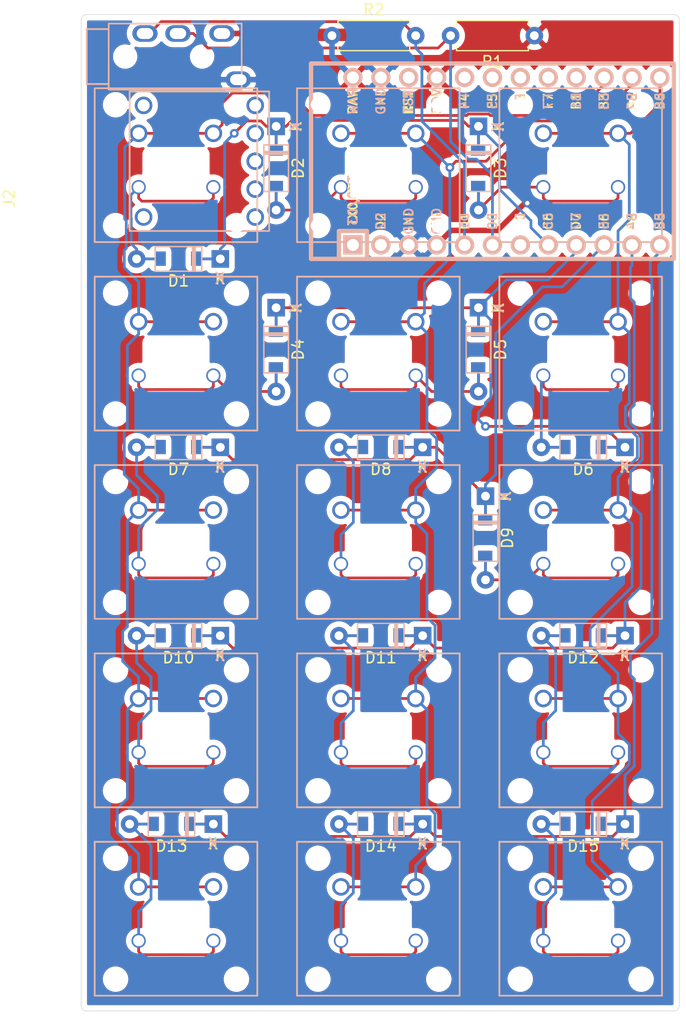
<source format=kicad_pcb>
(kicad_pcb (version 20171130) (host pcbnew 5.1.0)
  (layers (0 F.Cu signal) (31 B.Cu signal) (34 B.Paste user) (35 F.Paste user) (36 B.SilkS user) (37 F.SilkS user) (38 B.Mask user) (39 F.Mask user) (44 Edge.Cuts user))
  (net 0 "")
  (net 1 /row1)
  (net 2 "Net-(D1-Pad2)")
  (net 3 /row2)
  (net 4 "Net-(D2-Pad2)")
  (net 5 /row3)
  (net 6 "Net-(D3-Pad2)")
  (net 7 /row4)
  (net 8 "Net-(D4-Pad2)")
  (net 9 /row5)
  (net 10 "Net-(D5-Pad2)")
  (net 11 "Net-(D6-Pad2)")
  (net 12 "Net-(D7-Pad2)")
  (net 13 "Net-(D8-Pad2)")
  (net 14 "Net-(D9-Pad2)")
  (net 15 "Net-(D10-Pad2)")
  (net 16 "Net-(D11-Pad2)")
  (net 17 "Net-(D12-Pad2)")
  (net 18 "Net-(D13-Pad2)")
  (net 19 "Net-(D14-Pad2)")
  (net 20 "Net-(D15-Pad2)")
  (net 21 /col1)
  (net 22 /col2)
  (net 23 /col3)
  (net 24 /VCC)
  (net 25 /GND)
  (net 26 "Net-(U1-Pad22)")
  (net 27 "Net-(U1-Pad20)")
  (net 28 "Net-(U1-Pad19)")
  (net 29 "Net-(U1-Pad18)")
  (net 30 "Net-(U1-Pad17)")
  (net 31 "Net-(U1-Pad16)")
  (net 32 "Net-(U1-Pad7)")
  (net 33 "Net-(U1-Pad2)")
  (net 34 "Net-(U1-Pad1)")
  (net 35 /extdata)
  (net 36 /data)
  (net 37 "Net-(J2-Pad5)")
  (net 38 "Net-(J2-Pad4)")
  (net 39 "Net-(J2-Pad3)")
  (net 40 "Net-(J2-Pad2)")
  (net 41 "Net-(J2-Pad1)")
  (module kailh-pg1425-x-switch:Kailh-PG1425-X-Switch-reversible-NPTH-margin-0.2-pad2-1.3-drill1.0 (layer F.Cu) (at 60.96 91.44)
    (fp_text reference SW15 hide)
    (fp_text value SW_Push)
    (pad 1 thru_hole circle (at -6.800008 -0.000164 180) (size 1.6 1.6) (drill 1.1) (layers *.Cu *.Mask) (net 23 /col3))
    (pad "" np_thru_hole circle (at -8.900008 -2.600164 180) (size 1.3 1.3) (drill 1.3) (layers *.Cu *.Mask))
    (pad "" np_thru_hole circle (at 2.099992 8.399836 180) (size 1.3 1.3) (drill 1.3) (layers *.Cu *.Mask))
    (pad 2 thru_hole circle (at -6.800008 4.899836 180) (size 1.3 1.3) (drill 1) (layers *.Cu *.Mask) (net 20 "Net-(D15-Pad2)"))
    (pad "" np_thru_hole circle (at -8.9 8.4) (size 1.3 1.3) (drill 1.3) (layers *.Cu *.Mask))
    (pad "" np_thru_hole circle (at 2.1 -2.6) (size 1.3 1.3) (drill 1.3) (layers *.Cu *.Mask))
    (pad 2 thru_hole circle (at 0 4.9) (size 1.3 1.3) (drill 1) (layers *.Cu *.Mask) (net 20 "Net-(D15-Pad2)"))
    (pad 1 thru_hole circle (at 0 0) (size 1.6 1.6) (drill 1.1) (layers *.Cu *.Mask) (net 23 /col3))
    (pad "" np_thru_hole oval (at -3.4 3.8) (size 5.1 4.1) (drill oval 5.1 4.1) (layers *.Cu *.Mask))
    (pad "" np_thru_hole oval (at -1.85 3.8) (size 2 4.1) (drill oval 2 4.1) (layers *.Cu *.Mask))
    (pad "" np_thru_hole oval (at -4.95 3.8) (size 2 4.1) (drill oval 2 4.1) (layers *.Cu *.Mask))
    (pad "" np_thru_hole oval (at -1 3.8) (size 0.3 4.1) (drill oval 0.3 4.1) (layers *.Cu *.Mask))
    (pad "" np_thru_hole oval (at -5.8 3.8) (size 0.3 4.1) (drill oval 0.3 4.1) (layers *.Cu *.Mask))
    (pad "" np_thru_hole oval (at -3.4 5.7) (size 5.1 0.3) (drill oval 5.1 0.3) (layers *.Cu *.Mask))
    (pad "" np_thru_hole oval (at -3.4 1.9) (size 5.1 0.3) (drill oval 5.1 0.3) (layers *.Cu *.Mask))
  )
  (module kailh-pg1425-x-switch:Kailh-PG1425-X-Switch-reversible-NPTH-margin-0.2-pad2-1.3-drill1.0 (layer F.Cu) (at 42.545 91.44)
    (fp_text reference SW14 hide)
    (fp_text value SW_Push)
    (pad 1 thru_hole circle (at -6.800008 -0.000164 180) (size 1.6 1.6) (drill 1.1) (layers *.Cu *.Mask) (net 22 /col2))
    (pad "" np_thru_hole circle (at -8.900008 -2.600164 180) (size 1.3 1.3) (drill 1.3) (layers *.Cu *.Mask))
    (pad "" np_thru_hole circle (at 2.099992 8.399836 180) (size 1.3 1.3) (drill 1.3) (layers *.Cu *.Mask))
    (pad 2 thru_hole circle (at -6.800008 4.899836 180) (size 1.3 1.3) (drill 1) (layers *.Cu *.Mask) (net 19 "Net-(D14-Pad2)"))
    (pad "" np_thru_hole circle (at -8.9 8.4) (size 1.3 1.3) (drill 1.3) (layers *.Cu *.Mask))
    (pad "" np_thru_hole circle (at 2.1 -2.6) (size 1.3 1.3) (drill 1.3) (layers *.Cu *.Mask))
    (pad 2 thru_hole circle (at 0 4.9) (size 1.3 1.3) (drill 1) (layers *.Cu *.Mask) (net 19 "Net-(D14-Pad2)"))
    (pad 1 thru_hole circle (at 0 0) (size 1.6 1.6) (drill 1.1) (layers *.Cu *.Mask) (net 22 /col2))
    (pad "" np_thru_hole oval (at -3.4 3.8) (size 5.1 4.1) (drill oval 5.1 4.1) (layers *.Cu *.Mask))
    (pad "" np_thru_hole oval (at -1.85 3.8) (size 2 4.1) (drill oval 2 4.1) (layers *.Cu *.Mask))
    (pad "" np_thru_hole oval (at -4.95 3.8) (size 2 4.1) (drill oval 2 4.1) (layers *.Cu *.Mask))
    (pad "" np_thru_hole oval (at -1 3.8) (size 0.3 4.1) (drill oval 0.3 4.1) (layers *.Cu *.Mask))
    (pad "" np_thru_hole oval (at -5.8 3.8) (size 0.3 4.1) (drill oval 0.3 4.1) (layers *.Cu *.Mask))
    (pad "" np_thru_hole oval (at -3.4 5.7) (size 5.1 0.3) (drill oval 5.1 0.3) (layers *.Cu *.Mask))
    (pad "" np_thru_hole oval (at -3.4 1.9) (size 5.1 0.3) (drill oval 5.1 0.3) (layers *.Cu *.Mask))
  )
  (module kailh-pg1425-x-switch:Kailh-PG1425-X-Switch-reversible-NPTH-margin-0.2-pad2-1.3-drill1.0 (layer F.Cu) (at 24.13 91.44)
    (fp_text reference SW13 hide)
    (fp_text value SW_Push)
    (pad 1 thru_hole circle (at -6.800008 -0.000164 180) (size 1.6 1.6) (drill 1.1) (layers *.Cu *.Mask) (net 21 /col1))
    (pad "" np_thru_hole circle (at -8.900008 -2.600164 180) (size 1.3 1.3) (drill 1.3) (layers *.Cu *.Mask))
    (pad "" np_thru_hole circle (at 2.099992 8.399836 180) (size 1.3 1.3) (drill 1.3) (layers *.Cu *.Mask))
    (pad 2 thru_hole circle (at -6.800008 4.899836 180) (size 1.3 1.3) (drill 1) (layers *.Cu *.Mask) (net 18 "Net-(D13-Pad2)"))
    (pad "" np_thru_hole circle (at -8.9 8.4) (size 1.3 1.3) (drill 1.3) (layers *.Cu *.Mask))
    (pad "" np_thru_hole circle (at 2.1 -2.6) (size 1.3 1.3) (drill 1.3) (layers *.Cu *.Mask))
    (pad 2 thru_hole circle (at 0 4.9) (size 1.3 1.3) (drill 1) (layers *.Cu *.Mask) (net 18 "Net-(D13-Pad2)"))
    (pad 1 thru_hole circle (at 0 0) (size 1.6 1.6) (drill 1.1) (layers *.Cu *.Mask) (net 21 /col1))
    (pad "" np_thru_hole oval (at -3.4 3.8) (size 5.1 4.1) (drill oval 5.1 4.1) (layers *.Cu *.Mask))
    (pad "" np_thru_hole oval (at -1.85 3.8) (size 2 4.1) (drill oval 2 4.1) (layers *.Cu *.Mask))
    (pad "" np_thru_hole oval (at -4.95 3.8) (size 2 4.1) (drill oval 2 4.1) (layers *.Cu *.Mask))
    (pad "" np_thru_hole oval (at -1 3.8) (size 0.3 4.1) (drill oval 0.3 4.1) (layers *.Cu *.Mask))
    (pad "" np_thru_hole oval (at -5.8 3.8) (size 0.3 4.1) (drill oval 0.3 4.1) (layers *.Cu *.Mask))
    (pad "" np_thru_hole oval (at -3.4 5.7) (size 5.1 0.3) (drill oval 5.1 0.3) (layers *.Cu *.Mask))
    (pad "" np_thru_hole oval (at -3.4 1.9) (size 5.1 0.3) (drill oval 5.1 0.3) (layers *.Cu *.Mask))
  )
  (module kailh-pg1425-x-switch:Kailh-PG1425-X-Switch-reversible-NPTH-margin-0.2-pad2-1.3-drill1.0 (layer F.Cu) (at 60.96 74.295)
    (fp_text reference SW12 hide)
    (fp_text value SW_Push)
    (pad 1 thru_hole circle (at -6.800008 -0.000164 180) (size 1.6 1.6) (drill 1.1) (layers *.Cu *.Mask) (net 23 /col3))
    (pad "" np_thru_hole circle (at -8.900008 -2.600164 180) (size 1.3 1.3) (drill 1.3) (layers *.Cu *.Mask))
    (pad "" np_thru_hole circle (at 2.099992 8.399836 180) (size 1.3 1.3) (drill 1.3) (layers *.Cu *.Mask))
    (pad 2 thru_hole circle (at -6.800008 4.899836 180) (size 1.3 1.3) (drill 1) (layers *.Cu *.Mask) (net 17 "Net-(D12-Pad2)"))
    (pad "" np_thru_hole circle (at -8.9 8.4) (size 1.3 1.3) (drill 1.3) (layers *.Cu *.Mask))
    (pad "" np_thru_hole circle (at 2.1 -2.6) (size 1.3 1.3) (drill 1.3) (layers *.Cu *.Mask))
    (pad 2 thru_hole circle (at 0 4.9) (size 1.3 1.3) (drill 1) (layers *.Cu *.Mask) (net 17 "Net-(D12-Pad2)"))
    (pad 1 thru_hole circle (at 0 0) (size 1.6 1.6) (drill 1.1) (layers *.Cu *.Mask) (net 23 /col3))
    (pad "" np_thru_hole oval (at -3.4 3.8) (size 5.1 4.1) (drill oval 5.1 4.1) (layers *.Cu *.Mask))
    (pad "" np_thru_hole oval (at -1.85 3.8) (size 2 4.1) (drill oval 2 4.1) (layers *.Cu *.Mask))
    (pad "" np_thru_hole oval (at -4.95 3.8) (size 2 4.1) (drill oval 2 4.1) (layers *.Cu *.Mask))
    (pad "" np_thru_hole oval (at -1 3.8) (size 0.3 4.1) (drill oval 0.3 4.1) (layers *.Cu *.Mask))
    (pad "" np_thru_hole oval (at -5.8 3.8) (size 0.3 4.1) (drill oval 0.3 4.1) (layers *.Cu *.Mask))
    (pad "" np_thru_hole oval (at -3.4 5.7) (size 5.1 0.3) (drill oval 5.1 0.3) (layers *.Cu *.Mask))
    (pad "" np_thru_hole oval (at -3.4 1.9) (size 5.1 0.3) (drill oval 5.1 0.3) (layers *.Cu *.Mask))
  )
  (module kailh-pg1425-x-switch:Kailh-PG1425-X-Switch-reversible-NPTH-margin-0.2-pad2-1.3-drill1.0 (layer F.Cu) (at 42.545 74.295)
    (fp_text reference SW11 hide)
    (fp_text value SW_Push)
    (pad 1 thru_hole circle (at -6.800008 -0.000164 180) (size 1.6 1.6) (drill 1.1) (layers *.Cu *.Mask) (net 22 /col2))
    (pad "" np_thru_hole circle (at -8.900008 -2.600164 180) (size 1.3 1.3) (drill 1.3) (layers *.Cu *.Mask))
    (pad "" np_thru_hole circle (at 2.099992 8.399836 180) (size 1.3 1.3) (drill 1.3) (layers *.Cu *.Mask))
    (pad 2 thru_hole circle (at -6.800008 4.899836 180) (size 1.3 1.3) (drill 1) (layers *.Cu *.Mask) (net 16 "Net-(D11-Pad2)"))
    (pad "" np_thru_hole circle (at -8.9 8.4) (size 1.3 1.3) (drill 1.3) (layers *.Cu *.Mask))
    (pad "" np_thru_hole circle (at 2.1 -2.6) (size 1.3 1.3) (drill 1.3) (layers *.Cu *.Mask))
    (pad 2 thru_hole circle (at 0 4.9) (size 1.3 1.3) (drill 1) (layers *.Cu *.Mask) (net 16 "Net-(D11-Pad2)"))
    (pad 1 thru_hole circle (at 0 0) (size 1.6 1.6) (drill 1.1) (layers *.Cu *.Mask) (net 22 /col2))
    (pad "" np_thru_hole oval (at -3.4 3.8) (size 5.1 4.1) (drill oval 5.1 4.1) (layers *.Cu *.Mask))
    (pad "" np_thru_hole oval (at -1.85 3.8) (size 2 4.1) (drill oval 2 4.1) (layers *.Cu *.Mask))
    (pad "" np_thru_hole oval (at -4.95 3.8) (size 2 4.1) (drill oval 2 4.1) (layers *.Cu *.Mask))
    (pad "" np_thru_hole oval (at -1 3.8) (size 0.3 4.1) (drill oval 0.3 4.1) (layers *.Cu *.Mask))
    (pad "" np_thru_hole oval (at -5.8 3.8) (size 0.3 4.1) (drill oval 0.3 4.1) (layers *.Cu *.Mask))
    (pad "" np_thru_hole oval (at -3.4 5.7) (size 5.1 0.3) (drill oval 5.1 0.3) (layers *.Cu *.Mask))
    (pad "" np_thru_hole oval (at -3.4 1.9) (size 5.1 0.3) (drill oval 5.1 0.3) (layers *.Cu *.Mask))
  )
  (module kailh-pg1425-x-switch:Kailh-PG1425-X-Switch-reversible-NPTH-margin-0.2-pad2-1.3-drill1.0 (layer F.Cu) (at 24.13 74.295)
    (fp_text reference SW10 hide)
    (fp_text value SW_Push)
    (pad 1 thru_hole circle (at -6.800008 -0.000164 180) (size 1.6 1.6) (drill 1.1) (layers *.Cu *.Mask) (net 21 /col1))
    (pad "" np_thru_hole circle (at -8.900008 -2.600164 180) (size 1.3 1.3) (drill 1.3) (layers *.Cu *.Mask))
    (pad "" np_thru_hole circle (at 2.099992 8.399836 180) (size 1.3 1.3) (drill 1.3) (layers *.Cu *.Mask))
    (pad 2 thru_hole circle (at -6.800008 4.899836 180) (size 1.3 1.3) (drill 1) (layers *.Cu *.Mask) (net 15 "Net-(D10-Pad2)"))
    (pad "" np_thru_hole circle (at -8.9 8.4) (size 1.3 1.3) (drill 1.3) (layers *.Cu *.Mask))
    (pad "" np_thru_hole circle (at 2.1 -2.6) (size 1.3 1.3) (drill 1.3) (layers *.Cu *.Mask))
    (pad 2 thru_hole circle (at 0 4.9) (size 1.3 1.3) (drill 1) (layers *.Cu *.Mask) (net 15 "Net-(D10-Pad2)"))
    (pad 1 thru_hole circle (at 0 0) (size 1.6 1.6) (drill 1.1) (layers *.Cu *.Mask) (net 21 /col1))
    (pad "" np_thru_hole oval (at -3.4 3.8) (size 5.1 4.1) (drill oval 5.1 4.1) (layers *.Cu *.Mask))
    (pad "" np_thru_hole oval (at -1.85 3.8) (size 2 4.1) (drill oval 2 4.1) (layers *.Cu *.Mask))
    (pad "" np_thru_hole oval (at -4.95 3.8) (size 2 4.1) (drill oval 2 4.1) (layers *.Cu *.Mask))
    (pad "" np_thru_hole oval (at -1 3.8) (size 0.3 4.1) (drill oval 0.3 4.1) (layers *.Cu *.Mask))
    (pad "" np_thru_hole oval (at -5.8 3.8) (size 0.3 4.1) (drill oval 0.3 4.1) (layers *.Cu *.Mask))
    (pad "" np_thru_hole oval (at -3.4 5.7) (size 5.1 0.3) (drill oval 5.1 0.3) (layers *.Cu *.Mask))
    (pad "" np_thru_hole oval (at -3.4 1.9) (size 5.1 0.3) (drill oval 5.1 0.3) (layers *.Cu *.Mask))
  )
  (module kailh-pg1425-x-switch:Kailh-PG1425-X-Switch-reversible-NPTH-margin-0.2-pad2-1.3-drill1.0 (layer F.Cu) (at 60.96 57.15)
    (fp_text reference SW9 hide)
    (fp_text value SW_Push)
    (pad 1 thru_hole circle (at -6.800008 -0.000164 180) (size 1.6 1.6) (drill 1.1) (layers *.Cu *.Mask) (net 23 /col3))
    (pad "" np_thru_hole circle (at -8.900008 -2.600164 180) (size 1.3 1.3) (drill 1.3) (layers *.Cu *.Mask))
    (pad "" np_thru_hole circle (at 2.099992 8.399836 180) (size 1.3 1.3) (drill 1.3) (layers *.Cu *.Mask))
    (pad 2 thru_hole circle (at -6.800008 4.899836 180) (size 1.3 1.3) (drill 1) (layers *.Cu *.Mask) (net 14 "Net-(D9-Pad2)"))
    (pad "" np_thru_hole circle (at -8.9 8.4) (size 1.3 1.3) (drill 1.3) (layers *.Cu *.Mask))
    (pad "" np_thru_hole circle (at 2.1 -2.6) (size 1.3 1.3) (drill 1.3) (layers *.Cu *.Mask))
    (pad 2 thru_hole circle (at 0 4.9) (size 1.3 1.3) (drill 1) (layers *.Cu *.Mask) (net 14 "Net-(D9-Pad2)"))
    (pad 1 thru_hole circle (at 0 0) (size 1.6 1.6) (drill 1.1) (layers *.Cu *.Mask) (net 23 /col3))
    (pad "" np_thru_hole oval (at -3.4 3.8) (size 5.1 4.1) (drill oval 5.1 4.1) (layers *.Cu *.Mask))
    (pad "" np_thru_hole oval (at -1.85 3.8) (size 2 4.1) (drill oval 2 4.1) (layers *.Cu *.Mask))
    (pad "" np_thru_hole oval (at -4.95 3.8) (size 2 4.1) (drill oval 2 4.1) (layers *.Cu *.Mask))
    (pad "" np_thru_hole oval (at -1 3.8) (size 0.3 4.1) (drill oval 0.3 4.1) (layers *.Cu *.Mask))
    (pad "" np_thru_hole oval (at -5.8 3.8) (size 0.3 4.1) (drill oval 0.3 4.1) (layers *.Cu *.Mask))
    (pad "" np_thru_hole oval (at -3.4 5.7) (size 5.1 0.3) (drill oval 5.1 0.3) (layers *.Cu *.Mask))
    (pad "" np_thru_hole oval (at -3.4 1.9) (size 5.1 0.3) (drill oval 5.1 0.3) (layers *.Cu *.Mask))
  )
  (module kailh-pg1425-x-switch:Kailh-PG1425-X-Switch-reversible-NPTH-margin-0.2-pad2-1.3-drill1.0 (layer F.Cu) (at 42.545 57.15)
    (fp_text reference SW8 hide)
    (fp_text value SW_Push)
    (pad 1 thru_hole circle (at -6.800008 -0.000164 180) (size 1.6 1.6) (drill 1.1) (layers *.Cu *.Mask) (net 22 /col2))
    (pad "" np_thru_hole circle (at -8.900008 -2.600164 180) (size 1.3 1.3) (drill 1.3) (layers *.Cu *.Mask))
    (pad "" np_thru_hole circle (at 2.099992 8.399836 180) (size 1.3 1.3) (drill 1.3) (layers *.Cu *.Mask))
    (pad 2 thru_hole circle (at -6.800008 4.899836 180) (size 1.3 1.3) (drill 1) (layers *.Cu *.Mask) (net 13 "Net-(D8-Pad2)"))
    (pad "" np_thru_hole circle (at -8.9 8.4) (size 1.3 1.3) (drill 1.3) (layers *.Cu *.Mask))
    (pad "" np_thru_hole circle (at 2.1 -2.6) (size 1.3 1.3) (drill 1.3) (layers *.Cu *.Mask))
    (pad 2 thru_hole circle (at 0 4.9) (size 1.3 1.3) (drill 1) (layers *.Cu *.Mask) (net 13 "Net-(D8-Pad2)"))
    (pad 1 thru_hole circle (at 0 0) (size 1.6 1.6) (drill 1.1) (layers *.Cu *.Mask) (net 22 /col2))
    (pad "" np_thru_hole oval (at -3.4 3.8) (size 5.1 4.1) (drill oval 5.1 4.1) (layers *.Cu *.Mask))
    (pad "" np_thru_hole oval (at -1.85 3.8) (size 2 4.1) (drill oval 2 4.1) (layers *.Cu *.Mask))
    (pad "" np_thru_hole oval (at -4.95 3.8) (size 2 4.1) (drill oval 2 4.1) (layers *.Cu *.Mask))
    (pad "" np_thru_hole oval (at -1 3.8) (size 0.3 4.1) (drill oval 0.3 4.1) (layers *.Cu *.Mask))
    (pad "" np_thru_hole oval (at -5.8 3.8) (size 0.3 4.1) (drill oval 0.3 4.1) (layers *.Cu *.Mask))
    (pad "" np_thru_hole oval (at -3.4 5.7) (size 5.1 0.3) (drill oval 5.1 0.3) (layers *.Cu *.Mask))
    (pad "" np_thru_hole oval (at -3.4 1.9) (size 5.1 0.3) (drill oval 5.1 0.3) (layers *.Cu *.Mask))
  )
  (module kailh-pg1425-x-switch:Kailh-PG1425-X-Switch-reversible-NPTH-margin-0.2-pad2-1.3-drill1.0 (layer F.Cu) (at 24.13 57.15)
    (fp_text reference SW7 hide)
    (fp_text value SW_Push)
    (pad 1 thru_hole circle (at -6.800008 -0.000164 180) (size 1.6 1.6) (drill 1.1) (layers *.Cu *.Mask) (net 21 /col1))
    (pad "" np_thru_hole circle (at -8.900008 -2.600164 180) (size 1.3 1.3) (drill 1.3) (layers *.Cu *.Mask))
    (pad "" np_thru_hole circle (at 2.099992 8.399836 180) (size 1.3 1.3) (drill 1.3) (layers *.Cu *.Mask))
    (pad 2 thru_hole circle (at -6.800008 4.899836 180) (size 1.3 1.3) (drill 1) (layers *.Cu *.Mask) (net 12 "Net-(D7-Pad2)"))
    (pad "" np_thru_hole circle (at -8.9 8.4) (size 1.3 1.3) (drill 1.3) (layers *.Cu *.Mask))
    (pad "" np_thru_hole circle (at 2.1 -2.6) (size 1.3 1.3) (drill 1.3) (layers *.Cu *.Mask))
    (pad 2 thru_hole circle (at 0 4.9) (size 1.3 1.3) (drill 1) (layers *.Cu *.Mask) (net 12 "Net-(D7-Pad2)"))
    (pad 1 thru_hole circle (at 0 0) (size 1.6 1.6) (drill 1.1) (layers *.Cu *.Mask) (net 21 /col1))
    (pad "" np_thru_hole oval (at -3.4 3.8) (size 5.1 4.1) (drill oval 5.1 4.1) (layers *.Cu *.Mask))
    (pad "" np_thru_hole oval (at -1.85 3.8) (size 2 4.1) (drill oval 2 4.1) (layers *.Cu *.Mask))
    (pad "" np_thru_hole oval (at -4.95 3.8) (size 2 4.1) (drill oval 2 4.1) (layers *.Cu *.Mask))
    (pad "" np_thru_hole oval (at -1 3.8) (size 0.3 4.1) (drill oval 0.3 4.1) (layers *.Cu *.Mask))
    (pad "" np_thru_hole oval (at -5.8 3.8) (size 0.3 4.1) (drill oval 0.3 4.1) (layers *.Cu *.Mask))
    (pad "" np_thru_hole oval (at -3.4 5.7) (size 5.1 0.3) (drill oval 5.1 0.3) (layers *.Cu *.Mask))
    (pad "" np_thru_hole oval (at -3.4 1.9) (size 5.1 0.3) (drill oval 5.1 0.3) (layers *.Cu *.Mask))
  )
  (module kailh-pg1425-x-switch:Kailh-PG1425-X-Switch-reversible-NPTH-margin-0.2-pad2-1.3-drill1.0 (layer F.Cu) (at 60.96 40.005)
    (fp_text reference SW6 hide)
    (fp_text value SW_Push)
    (pad 1 thru_hole circle (at -6.800008 -0.000164 180) (size 1.6 1.6) (drill 1.1) (layers *.Cu *.Mask) (net 23 /col3))
    (pad "" np_thru_hole circle (at -8.900008 -2.600164 180) (size 1.3 1.3) (drill 1.3) (layers *.Cu *.Mask))
    (pad "" np_thru_hole circle (at 2.099992 8.399836 180) (size 1.3 1.3) (drill 1.3) (layers *.Cu *.Mask))
    (pad 2 thru_hole circle (at -6.800008 4.899836 180) (size 1.3 1.3) (drill 1) (layers *.Cu *.Mask) (net 11 "Net-(D6-Pad2)"))
    (pad "" np_thru_hole circle (at -8.9 8.4) (size 1.3 1.3) (drill 1.3) (layers *.Cu *.Mask))
    (pad "" np_thru_hole circle (at 2.1 -2.6) (size 1.3 1.3) (drill 1.3) (layers *.Cu *.Mask))
    (pad 2 thru_hole circle (at 0 4.9) (size 1.3 1.3) (drill 1) (layers *.Cu *.Mask) (net 11 "Net-(D6-Pad2)"))
    (pad 1 thru_hole circle (at 0 0) (size 1.6 1.6) (drill 1.1) (layers *.Cu *.Mask) (net 23 /col3))
    (pad "" np_thru_hole oval (at -3.4 3.8) (size 5.1 4.1) (drill oval 5.1 4.1) (layers *.Cu *.Mask))
    (pad "" np_thru_hole oval (at -1.85 3.8) (size 2 4.1) (drill oval 2 4.1) (layers *.Cu *.Mask))
    (pad "" np_thru_hole oval (at -4.95 3.8) (size 2 4.1) (drill oval 2 4.1) (layers *.Cu *.Mask))
    (pad "" np_thru_hole oval (at -1 3.8) (size 0.3 4.1) (drill oval 0.3 4.1) (layers *.Cu *.Mask))
    (pad "" np_thru_hole oval (at -5.8 3.8) (size 0.3 4.1) (drill oval 0.3 4.1) (layers *.Cu *.Mask))
    (pad "" np_thru_hole oval (at -3.4 5.7) (size 5.1 0.3) (drill oval 5.1 0.3) (layers *.Cu *.Mask))
    (pad "" np_thru_hole oval (at -3.4 1.9) (size 5.1 0.3) (drill oval 5.1 0.3) (layers *.Cu *.Mask))
  )
  (module kailh-pg1425-x-switch:Kailh-PG1425-X-Switch-reversible-NPTH-margin-0.2-pad2-1.3-drill1.0 (layer F.Cu) (at 42.545 40.005)
    (fp_text reference SW5 hide)
    (fp_text value SW_Push)
    (pad 1 thru_hole circle (at -6.800008 -0.000164 180) (size 1.6 1.6) (drill 1.1) (layers *.Cu *.Mask) (net 22 /col2))
    (pad "" np_thru_hole circle (at -8.900008 -2.600164 180) (size 1.3 1.3) (drill 1.3) (layers *.Cu *.Mask))
    (pad "" np_thru_hole circle (at 2.099992 8.399836 180) (size 1.3 1.3) (drill 1.3) (layers *.Cu *.Mask))
    (pad 2 thru_hole circle (at -6.800008 4.899836 180) (size 1.3 1.3) (drill 1) (layers *.Cu *.Mask) (net 10 "Net-(D5-Pad2)"))
    (pad "" np_thru_hole circle (at -8.9 8.4) (size 1.3 1.3) (drill 1.3) (layers *.Cu *.Mask))
    (pad "" np_thru_hole circle (at 2.1 -2.6) (size 1.3 1.3) (drill 1.3) (layers *.Cu *.Mask))
    (pad 2 thru_hole circle (at 0 4.9) (size 1.3 1.3) (drill 1) (layers *.Cu *.Mask) (net 10 "Net-(D5-Pad2)"))
    (pad 1 thru_hole circle (at 0 0) (size 1.6 1.6) (drill 1.1) (layers *.Cu *.Mask) (net 22 /col2))
    (pad "" np_thru_hole oval (at -3.4 3.8) (size 5.1 4.1) (drill oval 5.1 4.1) (layers *.Cu *.Mask))
    (pad "" np_thru_hole oval (at -1.85 3.8) (size 2 4.1) (drill oval 2 4.1) (layers *.Cu *.Mask))
    (pad "" np_thru_hole oval (at -4.95 3.8) (size 2 4.1) (drill oval 2 4.1) (layers *.Cu *.Mask))
    (pad "" np_thru_hole oval (at -1 3.8) (size 0.3 4.1) (drill oval 0.3 4.1) (layers *.Cu *.Mask))
    (pad "" np_thru_hole oval (at -5.8 3.8) (size 0.3 4.1) (drill oval 0.3 4.1) (layers *.Cu *.Mask))
    (pad "" np_thru_hole oval (at -3.4 5.7) (size 5.1 0.3) (drill oval 5.1 0.3) (layers *.Cu *.Mask))
    (pad "" np_thru_hole oval (at -3.4 1.9) (size 5.1 0.3) (drill oval 5.1 0.3) (layers *.Cu *.Mask))
  )
  (module kailh-pg1425-x-switch:Kailh-PG1425-X-Switch-reversible-NPTH-margin-0.2-pad2-1.3-drill1.0 (layer F.Cu) (at 24.13 40.005)
    (fp_text reference SW4 hide)
    (fp_text value SW_Push)
    (pad 1 thru_hole circle (at -6.800008 -0.000164 180) (size 1.6 1.6) (drill 1.1) (layers *.Cu *.Mask) (net 21 /col1))
    (pad "" np_thru_hole circle (at -8.900008 -2.600164 180) (size 1.3 1.3) (drill 1.3) (layers *.Cu *.Mask))
    (pad "" np_thru_hole circle (at 2.099992 8.399836 180) (size 1.3 1.3) (drill 1.3) (layers *.Cu *.Mask))
    (pad 2 thru_hole circle (at -6.800008 4.899836 180) (size 1.3 1.3) (drill 1) (layers *.Cu *.Mask) (net 8 "Net-(D4-Pad2)"))
    (pad "" np_thru_hole circle (at -8.9 8.4) (size 1.3 1.3) (drill 1.3) (layers *.Cu *.Mask))
    (pad "" np_thru_hole circle (at 2.1 -2.6) (size 1.3 1.3) (drill 1.3) (layers *.Cu *.Mask))
    (pad 2 thru_hole circle (at 0 4.9) (size 1.3 1.3) (drill 1) (layers *.Cu *.Mask) (net 8 "Net-(D4-Pad2)"))
    (pad 1 thru_hole circle (at 0 0) (size 1.6 1.6) (drill 1.1) (layers *.Cu *.Mask) (net 21 /col1))
    (pad "" np_thru_hole oval (at -3.4 3.8) (size 5.1 4.1) (drill oval 5.1 4.1) (layers *.Cu *.Mask))
    (pad "" np_thru_hole oval (at -1.85 3.8) (size 2 4.1) (drill oval 2 4.1) (layers *.Cu *.Mask))
    (pad "" np_thru_hole oval (at -4.95 3.8) (size 2 4.1) (drill oval 2 4.1) (layers *.Cu *.Mask))
    (pad "" np_thru_hole oval (at -1 3.8) (size 0.3 4.1) (drill oval 0.3 4.1) (layers *.Cu *.Mask))
    (pad "" np_thru_hole oval (at -5.8 3.8) (size 0.3 4.1) (drill oval 0.3 4.1) (layers *.Cu *.Mask))
    (pad "" np_thru_hole oval (at -3.4 5.7) (size 5.1 0.3) (drill oval 5.1 0.3) (layers *.Cu *.Mask))
    (pad "" np_thru_hole oval (at -3.4 1.9) (size 5.1 0.3) (drill oval 5.1 0.3) (layers *.Cu *.Mask))
  )
  (module kailh-pg1425-x-switch:Kailh-PG1425-X-Switch-reversible-NPTH-margin-0.2-pad2-1.3-drill1.0 (layer F.Cu) (at 60.96 22.86)
    (fp_text reference SW3 hide)
    (fp_text value SW_Push)
    (pad 1 thru_hole circle (at -6.800008 -0.000164 180) (size 1.6 1.6) (drill 1.1) (layers *.Cu *.Mask) (net 23 /col3))
    (pad "" np_thru_hole circle (at -8.900008 -2.600164 180) (size 1.3 1.3) (drill 1.3) (layers *.Cu *.Mask))
    (pad "" np_thru_hole circle (at 2.099992 8.399836 180) (size 1.3 1.3) (drill 1.3) (layers *.Cu *.Mask))
    (pad 2 thru_hole circle (at -6.800008 4.899836 180) (size 1.3 1.3) (drill 1) (layers *.Cu *.Mask) (net 6 "Net-(D3-Pad2)"))
    (pad "" np_thru_hole circle (at -8.9 8.4) (size 1.3 1.3) (drill 1.3) (layers *.Cu *.Mask))
    (pad "" np_thru_hole circle (at 2.1 -2.6) (size 1.3 1.3) (drill 1.3) (layers *.Cu *.Mask))
    (pad 2 thru_hole circle (at 0 4.9) (size 1.3 1.3) (drill 1) (layers *.Cu *.Mask) (net 6 "Net-(D3-Pad2)"))
    (pad 1 thru_hole circle (at 0 0) (size 1.6 1.6) (drill 1.1) (layers *.Cu *.Mask) (net 23 /col3))
    (pad "" np_thru_hole oval (at -3.4 3.8) (size 5.1 4.1) (drill oval 5.1 4.1) (layers *.Cu *.Mask))
    (pad "" np_thru_hole oval (at -1.85 3.8) (size 2 4.1) (drill oval 2 4.1) (layers *.Cu *.Mask))
    (pad "" np_thru_hole oval (at -4.95 3.8) (size 2 4.1) (drill oval 2 4.1) (layers *.Cu *.Mask))
    (pad "" np_thru_hole oval (at -1 3.8) (size 0.3 4.1) (drill oval 0.3 4.1) (layers *.Cu *.Mask))
    (pad "" np_thru_hole oval (at -5.8 3.8) (size 0.3 4.1) (drill oval 0.3 4.1) (layers *.Cu *.Mask))
    (pad "" np_thru_hole oval (at -3.4 5.7) (size 5.1 0.3) (drill oval 5.1 0.3) (layers *.Cu *.Mask))
    (pad "" np_thru_hole oval (at -3.4 1.9) (size 5.1 0.3) (drill oval 5.1 0.3) (layers *.Cu *.Mask))
  )
  (module kailh-pg1425-x-switch:Kailh-PG1425-X-Switch-reversible-NPTH-margin-0.2-pad2-1.3-drill1.0 (layer F.Cu) (at 42.545 22.86)
    (fp_text reference SW2 hide)
    (fp_text value SW_Push)
    (pad 1 thru_hole circle (at -6.800008 -0.000164 180) (size 1.6 1.6) (drill 1.1) (layers *.Cu *.Mask) (net 22 /col2))
    (pad "" np_thru_hole circle (at -8.900008 -2.600164 180) (size 1.3 1.3) (drill 1.3) (layers *.Cu *.Mask))
    (pad "" np_thru_hole circle (at 2.099992 8.399836 180) (size 1.3 1.3) (drill 1.3) (layers *.Cu *.Mask))
    (pad 2 thru_hole circle (at -6.800008 4.899836 180) (size 1.3 1.3) (drill 1) (layers *.Cu *.Mask) (net 4 "Net-(D2-Pad2)"))
    (pad "" np_thru_hole circle (at -8.9 8.4) (size 1.3 1.3) (drill 1.3) (layers *.Cu *.Mask))
    (pad "" np_thru_hole circle (at 2.1 -2.6) (size 1.3 1.3) (drill 1.3) (layers *.Cu *.Mask))
    (pad 2 thru_hole circle (at 0 4.9) (size 1.3 1.3) (drill 1) (layers *.Cu *.Mask) (net 4 "Net-(D2-Pad2)"))
    (pad 1 thru_hole circle (at 0 0) (size 1.6 1.6) (drill 1.1) (layers *.Cu *.Mask) (net 22 /col2))
    (pad "" np_thru_hole oval (at -3.4 3.8) (size 5.1 4.1) (drill oval 5.1 4.1) (layers *.Cu *.Mask))
    (pad "" np_thru_hole oval (at -1.85 3.8) (size 2 4.1) (drill oval 2 4.1) (layers *.Cu *.Mask))
    (pad "" np_thru_hole oval (at -4.95 3.8) (size 2 4.1) (drill oval 2 4.1) (layers *.Cu *.Mask))
    (pad "" np_thru_hole oval (at -1 3.8) (size 0.3 4.1) (drill oval 0.3 4.1) (layers *.Cu *.Mask))
    (pad "" np_thru_hole oval (at -5.8 3.8) (size 0.3 4.1) (drill oval 0.3 4.1) (layers *.Cu *.Mask))
    (pad "" np_thru_hole oval (at -3.4 5.7) (size 5.1 0.3) (drill oval 5.1 0.3) (layers *.Cu *.Mask))
    (pad "" np_thru_hole oval (at -3.4 1.9) (size 5.1 0.3) (drill oval 5.1 0.3) (layers *.Cu *.Mask))
  )
  (module kailh-pg1425-x-switch:Kailh-PG1425-X-Switch-reversible-NPTH-margin-0.2-pad2-1.3-drill1.0 (layer F.Cu) (at 24.13 22.86)
    (fp_text reference SW1 hide)
    (fp_text value SW_Push)
    (pad 1 thru_hole circle (at -6.800008 -0.000164 180) (size 1.6 1.6) (drill 1.1) (layers *.Cu *.Mask) (net 21 /col1))
    (pad "" np_thru_hole circle (at -8.900008 -2.600164 180) (size 1.3 1.3) (drill 1.3) (layers *.Cu *.Mask))
    (pad "" np_thru_hole circle (at 2.099992 8.399836 180) (size 1.3 1.3) (drill 1.3) (layers *.Cu *.Mask))
    (pad 2 thru_hole circle (at -6.800008 4.899836 180) (size 1.3 1.3) (drill 1) (layers *.Cu *.Mask) (net 2 "Net-(D1-Pad2)"))
    (pad "" np_thru_hole circle (at -8.9 8.4) (size 1.3 1.3) (drill 1.3) (layers *.Cu *.Mask))
    (pad "" np_thru_hole circle (at 2.1 -2.6) (size 1.3 1.3) (drill 1.3) (layers *.Cu *.Mask))
    (pad 2 thru_hole circle (at 0 4.9) (size 1.3 1.3) (drill 1) (layers *.Cu *.Mask) (net 2 "Net-(D1-Pad2)"))
    (pad 1 thru_hole circle (at 0 0) (size 1.6 1.6) (drill 1.1) (layers *.Cu *.Mask) (net 21 /col1))
    (pad "" np_thru_hole oval (at -3.4 3.8) (size 5.1 4.1) (drill oval 5.1 4.1) (layers *.Cu *.Mask))
    (pad "" np_thru_hole oval (at -1.85 3.8) (size 2 4.1) (drill oval 2 4.1) (layers *.Cu *.Mask))
    (pad "" np_thru_hole oval (at -4.95 3.8) (size 2 4.1) (drill oval 2 4.1) (layers *.Cu *.Mask))
    (pad "" np_thru_hole oval (at -1 3.8) (size 0.3 4.1) (drill oval 0.3 4.1) (layers *.Cu *.Mask))
    (pad "" np_thru_hole oval (at -5.8 3.8) (size 0.3 4.1) (drill oval 0.3 4.1) (layers *.Cu *.Mask))
    (pad "" np_thru_hole oval (at -3.4 5.7) (size 5.1 0.3) (drill oval 5.1 0.3) (layers *.Cu *.Mask))
    (pad "" np_thru_hole oval (at -3.4 1.9) (size 5.1 0.3) (drill oval 5.1 0.3) (layers *.Cu *.Mask))
  )
  (module Resistor_THT:R_Axial_DIN0207_L6.3mm_D2.5mm_P7.62mm_Horizontal (layer F.Cu) (at 34.925 13.97)
    (fp_text reference R2 (at 3.81 -2.37) (layer F.SilkS))
    (fp_text value R)
    (pad 2 thru_hole oval (at 7.62 0) (size 1.6 1.6) (drill 0.8) (layers *.Cu *.Mask) (net 35 /extdata))
    (pad 1 thru_hole circle (at 0 0) (size 1.6 1.6) (drill 0.8) (layers *.Cu *.Mask) (net 24 /VCC))
  )
  (module Resistor_THT:R_Axial_DIN0207_L6.3mm_D2.5mm_P7.62mm_Horizontal (layer F.Cu) (at 53.34 13.97 180)
    (fp_text reference R1 (at 3.81 -2.37 180) (layer F.SilkS))
    (fp_text value R)
    (pad 2 thru_hole oval (at 7.62 0 180) (size 1.6 1.6) (drill 0.8) (layers *.Cu *.Mask) (net 36 /data))
    (pad 1 thru_hole circle (at 0 0 180) (size 1.6 1.6) (drill 0.8) (layers *.Cu *.Mask) (net 24 /VCC))
  )
  (module akitsuki-reversible:USB-MicroB-Reversible (layer F.Cu) (at 16.51 31.75 90)
    (fp_text reference J2 (at 2.97 -10.95 90) (layer F.SilkS))
    (fp_text value USB_B_Micro)
    (pad 5 thru_hole circle (at 11.43 11.43 90) (size 1.6 1.6) (drill 1.1) (layers *.Cu *.Mask) (net 37 "Net-(J2-Pad5)"))
    (pad "" thru_hole circle (at 11.43 1.27 90) (size 1.6 1.6) (drill 1.1) (layers *.Cu *.Mask))
    (pad 4 thru_hole circle (at 8.89 11.43 90) (size 1.6 1.6) (drill 1.1) (layers *.Cu *.Mask) (net 38 "Net-(J2-Pad4)"))
    (pad 3 thru_hole circle (at 6.35 11.43 90) (size 1.6 1.6) (drill 1.1) (layers *.Cu *.Mask) (net 39 "Net-(J2-Pad3)"))
    (pad 2 thru_hole circle (at 3.81 11.43 90) (size 1.6 1.6) (drill 1.1) (layers *.Cu *.Mask) (net 40 "Net-(J2-Pad2)"))
    (pad 1 thru_hole circle (at 1.27 11.43 90) (size 1.6 1.6) (drill 1.1) (layers *.Cu *.Mask) (net 41 "Net-(J2-Pad1)"))
    (pad "" thru_hole circle (at 1.27 1.27 90) (size 1.6 1.6) (drill 1.1) (layers *.Cu *.Mask))
  )
  (module mj-4pp-9:MJ-4PP-9 (layer F.Cu) (at 14.605 15.875)
    (fp_text reference J1 hide)
    (fp_text value AudioJack4)
    (pad S thru_hole oval (at 11.8 2.1) (size 2.3 1.5) (drill oval 1.5 1) (layers *.Cu *.Mask) (net 25 /GND))
    (pad T thru_hole oval (at 10.3 -2.1) (size 2.3 1.5) (drill oval 1.5 1) (layers *.Cu *.Mask) (net 24 /VCC))
    (pad "" np_thru_hole circle (at 1.5 0) (size 1.2 1.2) (drill 1.2) (layers *.Cu *.Mask))
    (pad "" np_thru_hole circle (at 8.5 0) (size 1.2 1.2) (drill 1.2) (layers *.Cu *.Mask))
    (pad R2 thru_hole oval (at 3.3 -2.1) (size 2.3 1.5) (drill oval 1.5 1) (layers *.Cu *.Mask) (net 35 /extdata))
    (pad R1 thru_hole oval (at 6.3 -2.1) (size 2.3 1.5) (drill oval 1.5 1) (layers *.Cu *.Mask) (net 36 /data))
  )
  (module diode-dual:D_dual-SOD-123-and-DO-35-SOD27-P7.62-Horizontal-with-masked-copper-wo-crtyd (layer F.Cu) (at 57.785 85.725 180)
    (fp_text reference D15 (at 0 -2 180) (layer F.SilkS))
    (fp_text value D)
    (fp_text user K (at -3.7465 -1.778 180) (layer B.SilkS) (effects (justify mirror)))
    (fp_text user K (at -3.81 -1.8 180) (layer F.SilkS))
    (pad 2 smd rect (at 2.5908 0 180) (size 2.5 0.25) (layers B.Cu) (net 20 "Net-(D15-Pad2)"))
    (pad 2 smd rect (at 2.5908 0 180) (size 2.5 0.25) (layers F.Cu) (net 20 "Net-(D15-Pad2)"))
    (pad 1 smd rect (at -2.5908 0 180) (size 2.5 0.25) (layers F.Cu) (net 9 /row5))
    (pad 1 smd rect (at -2.5908 0 180) (size 2.5 0.25) (layers B.Cu) (net 9 /row5))
    (pad 2 smd rect (at 1.651 0.0254 180) (size 1 1.3) (layers B.Cu B.Mask) (net 20 "Net-(D15-Pad2)"))
    (pad 1 smd rect (at -1.651 0.0254 180) (size 1 1.3) (layers B.Cu B.Mask) (net 9 /row5))
    (pad 2 smd rect (at 1.651 0.0254 180) (size 1 1.3) (layers F.Cu F.Mask) (net 20 "Net-(D15-Pad2)"))
    (pad 1 smd rect (at -1.651 0.0254 180) (size 1 1.3) (layers F.Cu F.Mask) (net 9 /row5))
    (pad 1 thru_hole rect (at -3.81 0 180) (size 1.6 1.6) (drill 0.8) (layers *.Cu *.Mask) (net 9 /row5))
    (pad 2 thru_hole circle (at 3.81 0 180) (size 1.6 1.6) (drill 0.8) (layers *.Cu *.Mask) (net 20 "Net-(D15-Pad2)"))
  )
  (module diode-dual:D_dual-SOD-123-and-DO-35-SOD27-P7.62-Horizontal-with-masked-copper-wo-crtyd (layer F.Cu) (at 39.37 85.725 180)
    (fp_text reference D14 (at 0 -2 180) (layer F.SilkS))
    (fp_text value D)
    (fp_text user K (at -3.7465 -1.778 180) (layer B.SilkS) (effects (justify mirror)))
    (fp_text user K (at -3.81 -1.8 180) (layer F.SilkS))
    (pad 2 smd rect (at 2.5908 0 180) (size 2.5 0.25) (layers B.Cu) (net 19 "Net-(D14-Pad2)"))
    (pad 2 smd rect (at 2.5908 0 180) (size 2.5 0.25) (layers F.Cu) (net 19 "Net-(D14-Pad2)"))
    (pad 1 smd rect (at -2.5908 0 180) (size 2.5 0.25) (layers F.Cu) (net 9 /row5))
    (pad 1 smd rect (at -2.5908 0 180) (size 2.5 0.25) (layers B.Cu) (net 9 /row5))
    (pad 2 smd rect (at 1.651 0.0254 180) (size 1 1.3) (layers B.Cu B.Mask) (net 19 "Net-(D14-Pad2)"))
    (pad 1 smd rect (at -1.651 0.0254 180) (size 1 1.3) (layers B.Cu B.Mask) (net 9 /row5))
    (pad 2 smd rect (at 1.651 0.0254 180) (size 1 1.3) (layers F.Cu F.Mask) (net 19 "Net-(D14-Pad2)"))
    (pad 1 smd rect (at -1.651 0.0254 180) (size 1 1.3) (layers F.Cu F.Mask) (net 9 /row5))
    (pad 1 thru_hole rect (at -3.81 0 180) (size 1.6 1.6) (drill 0.8) (layers *.Cu *.Mask) (net 9 /row5))
    (pad 2 thru_hole circle (at 3.81 0 180) (size 1.6 1.6) (drill 0.8) (layers *.Cu *.Mask) (net 19 "Net-(D14-Pad2)"))
  )
  (module diode-dual:D_dual-SOD-123-and-DO-35-SOD27-P7.62-Horizontal-with-masked-copper-wo-crtyd (layer F.Cu) (at 20.32 85.725 180)
    (fp_text reference D13 (at 0 -2 180) (layer F.SilkS))
    (fp_text value D)
    (fp_text user K (at -3.7465 -1.778 180) (layer B.SilkS) (effects (justify mirror)))
    (fp_text user K (at -3.81 -1.8 180) (layer F.SilkS))
    (pad 2 smd rect (at 2.5908 0 180) (size 2.5 0.25) (layers B.Cu) (net 18 "Net-(D13-Pad2)"))
    (pad 2 smd rect (at 2.5908 0 180) (size 2.5 0.25) (layers F.Cu) (net 18 "Net-(D13-Pad2)"))
    (pad 1 smd rect (at -2.5908 0 180) (size 2.5 0.25) (layers F.Cu) (net 9 /row5))
    (pad 1 smd rect (at -2.5908 0 180) (size 2.5 0.25) (layers B.Cu) (net 9 /row5))
    (pad 2 smd rect (at 1.651 0.0254 180) (size 1 1.3) (layers B.Cu B.Mask) (net 18 "Net-(D13-Pad2)"))
    (pad 1 smd rect (at -1.651 0.0254 180) (size 1 1.3) (layers B.Cu B.Mask) (net 9 /row5))
    (pad 2 smd rect (at 1.651 0.0254 180) (size 1 1.3) (layers F.Cu F.Mask) (net 18 "Net-(D13-Pad2)"))
    (pad 1 smd rect (at -1.651 0.0254 180) (size 1 1.3) (layers F.Cu F.Mask) (net 9 /row5))
    (pad 1 thru_hole rect (at -3.81 0 180) (size 1.6 1.6) (drill 0.8) (layers *.Cu *.Mask) (net 9 /row5))
    (pad 2 thru_hole circle (at 3.81 0 180) (size 1.6 1.6) (drill 0.8) (layers *.Cu *.Mask) (net 18 "Net-(D13-Pad2)"))
  )
  (module diode-dual:D_dual-SOD-123-and-DO-35-SOD27-P7.62-Horizontal-with-masked-copper-wo-crtyd (layer F.Cu) (at 57.785 68.58 180)
    (fp_text reference D12 (at 0 -2 180) (layer F.SilkS))
    (fp_text value D)
    (fp_text user K (at -3.7465 -1.778 180) (layer B.SilkS) (effects (justify mirror)))
    (fp_text user K (at -3.81 -1.8 180) (layer F.SilkS))
    (pad 2 smd rect (at 2.5908 0 180) (size 2.5 0.25) (layers B.Cu) (net 17 "Net-(D12-Pad2)"))
    (pad 2 smd rect (at 2.5908 0 180) (size 2.5 0.25) (layers F.Cu) (net 17 "Net-(D12-Pad2)"))
    (pad 1 smd rect (at -2.5908 0 180) (size 2.5 0.25) (layers F.Cu) (net 7 /row4))
    (pad 1 smd rect (at -2.5908 0 180) (size 2.5 0.25) (layers B.Cu) (net 7 /row4))
    (pad 2 smd rect (at 1.651 0.0254 180) (size 1 1.3) (layers B.Cu B.Mask) (net 17 "Net-(D12-Pad2)"))
    (pad 1 smd rect (at -1.651 0.0254 180) (size 1 1.3) (layers B.Cu B.Mask) (net 7 /row4))
    (pad 2 smd rect (at 1.651 0.0254 180) (size 1 1.3) (layers F.Cu F.Mask) (net 17 "Net-(D12-Pad2)"))
    (pad 1 smd rect (at -1.651 0.0254 180) (size 1 1.3) (layers F.Cu F.Mask) (net 7 /row4))
    (pad 1 thru_hole rect (at -3.81 0 180) (size 1.6 1.6) (drill 0.8) (layers *.Cu *.Mask) (net 7 /row4))
    (pad 2 thru_hole circle (at 3.81 0 180) (size 1.6 1.6) (drill 0.8) (layers *.Cu *.Mask) (net 17 "Net-(D12-Pad2)"))
  )
  (module diode-dual:D_dual-SOD-123-and-DO-35-SOD27-P7.62-Horizontal-with-masked-copper-wo-crtyd (layer F.Cu) (at 39.37 68.58 180)
    (fp_text reference D11 (at 0 -2 180) (layer F.SilkS))
    (fp_text value D)
    (fp_text user K (at -3.7465 -1.778 180) (layer B.SilkS) (effects (justify mirror)))
    (fp_text user K (at -3.81 -1.8 180) (layer F.SilkS))
    (pad 2 smd rect (at 2.5908 0 180) (size 2.5 0.25) (layers B.Cu) (net 16 "Net-(D11-Pad2)"))
    (pad 2 smd rect (at 2.5908 0 180) (size 2.5 0.25) (layers F.Cu) (net 16 "Net-(D11-Pad2)"))
    (pad 1 smd rect (at -2.5908 0 180) (size 2.5 0.25) (layers F.Cu) (net 7 /row4))
    (pad 1 smd rect (at -2.5908 0 180) (size 2.5 0.25) (layers B.Cu) (net 7 /row4))
    (pad 2 smd rect (at 1.651 0.0254 180) (size 1 1.3) (layers B.Cu B.Mask) (net 16 "Net-(D11-Pad2)"))
    (pad 1 smd rect (at -1.651 0.0254 180) (size 1 1.3) (layers B.Cu B.Mask) (net 7 /row4))
    (pad 2 smd rect (at 1.651 0.0254 180) (size 1 1.3) (layers F.Cu F.Mask) (net 16 "Net-(D11-Pad2)"))
    (pad 1 smd rect (at -1.651 0.0254 180) (size 1 1.3) (layers F.Cu F.Mask) (net 7 /row4))
    (pad 1 thru_hole rect (at -3.81 0 180) (size 1.6 1.6) (drill 0.8) (layers *.Cu *.Mask) (net 7 /row4))
    (pad 2 thru_hole circle (at 3.81 0 180) (size 1.6 1.6) (drill 0.8) (layers *.Cu *.Mask) (net 16 "Net-(D11-Pad2)"))
  )
  (module diode-dual:D_dual-SOD-123-and-DO-35-SOD27-P7.62-Horizontal-with-masked-copper-wo-crtyd (layer F.Cu) (at 20.955 68.58 180)
    (fp_text reference D10 (at 0 -2 180) (layer F.SilkS))
    (fp_text value D)
    (fp_text user K (at -3.7465 -1.778 180) (layer B.SilkS) (effects (justify mirror)))
    (fp_text user K (at -3.81 -1.8 180) (layer F.SilkS))
    (pad 2 smd rect (at 2.5908 0 180) (size 2.5 0.25) (layers B.Cu) (net 15 "Net-(D10-Pad2)"))
    (pad 2 smd rect (at 2.5908 0 180) (size 2.5 0.25) (layers F.Cu) (net 15 "Net-(D10-Pad2)"))
    (pad 1 smd rect (at -2.5908 0 180) (size 2.5 0.25) (layers F.Cu) (net 7 /row4))
    (pad 1 smd rect (at -2.5908 0 180) (size 2.5 0.25) (layers B.Cu) (net 7 /row4))
    (pad 2 smd rect (at 1.651 0.0254 180) (size 1 1.3) (layers B.Cu B.Mask) (net 15 "Net-(D10-Pad2)"))
    (pad 1 smd rect (at -1.651 0.0254 180) (size 1 1.3) (layers B.Cu B.Mask) (net 7 /row4))
    (pad 2 smd rect (at 1.651 0.0254 180) (size 1 1.3) (layers F.Cu F.Mask) (net 15 "Net-(D10-Pad2)"))
    (pad 1 smd rect (at -1.651 0.0254 180) (size 1 1.3) (layers F.Cu F.Mask) (net 7 /row4))
    (pad 1 thru_hole rect (at -3.81 0 180) (size 1.6 1.6) (drill 0.8) (layers *.Cu *.Mask) (net 7 /row4))
    (pad 2 thru_hole circle (at 3.81 0 180) (size 1.6 1.6) (drill 0.8) (layers *.Cu *.Mask) (net 15 "Net-(D10-Pad2)"))
  )
  (module diode-dual:D_dual-SOD-123-and-DO-35-SOD27-P7.62-Horizontal-with-masked-copper-wo-crtyd (layer F.Cu) (at 48.895 59.69 270)
    (fp_text reference D9 (at 0 -2 270) (layer F.SilkS))
    (fp_text value D)
    (fp_text user K (at -3.7465 -1.778 270) (layer B.SilkS) (effects (justify mirror)))
    (fp_text user K (at -3.81 -1.8 270) (layer F.SilkS))
    (pad 2 smd rect (at 2.5908 0 270) (size 2.5 0.25) (layers B.Cu) (net 14 "Net-(D9-Pad2)"))
    (pad 2 smd rect (at 2.5908 0 270) (size 2.5 0.25) (layers F.Cu) (net 14 "Net-(D9-Pad2)"))
    (pad 1 smd rect (at -2.5908 0 270) (size 2.5 0.25) (layers F.Cu) (net 5 /row3))
    (pad 1 smd rect (at -2.5908 0 270) (size 2.5 0.25) (layers B.Cu) (net 5 /row3))
    (pad 2 smd rect (at 1.651 0.0254 270) (size 1 1.3) (layers B.Cu B.Mask) (net 14 "Net-(D9-Pad2)"))
    (pad 1 smd rect (at -1.651 0.0254 270) (size 1 1.3) (layers B.Cu B.Mask) (net 5 /row3))
    (pad 2 smd rect (at 1.651 0.0254 270) (size 1 1.3) (layers F.Cu F.Mask) (net 14 "Net-(D9-Pad2)"))
    (pad 1 smd rect (at -1.651 0.0254 270) (size 1 1.3) (layers F.Cu F.Mask) (net 5 /row3))
    (pad 1 thru_hole rect (at -3.81 0 270) (size 1.6 1.6) (drill 0.8) (layers *.Cu *.Mask) (net 5 /row3))
    (pad 2 thru_hole circle (at 3.81 0 270) (size 1.6 1.6) (drill 0.8) (layers *.Cu *.Mask) (net 14 "Net-(D9-Pad2)"))
  )
  (module diode-dual:D_dual-SOD-123-and-DO-35-SOD27-P7.62-Horizontal-with-masked-copper-wo-crtyd (layer F.Cu) (at 39.37 51.435 180)
    (fp_text reference D8 (at 0 -2 180) (layer F.SilkS))
    (fp_text value D)
    (fp_text user K (at -3.7465 -1.778 180) (layer B.SilkS) (effects (justify mirror)))
    (fp_text user K (at -3.81 -1.8 180) (layer F.SilkS))
    (pad 2 smd rect (at 2.5908 0 180) (size 2.5 0.25) (layers B.Cu) (net 13 "Net-(D8-Pad2)"))
    (pad 2 smd rect (at 2.5908 0 180) (size 2.5 0.25) (layers F.Cu) (net 13 "Net-(D8-Pad2)"))
    (pad 1 smd rect (at -2.5908 0 180) (size 2.5 0.25) (layers F.Cu) (net 5 /row3))
    (pad 1 smd rect (at -2.5908 0 180) (size 2.5 0.25) (layers B.Cu) (net 5 /row3))
    (pad 2 smd rect (at 1.651 0.0254 180) (size 1 1.3) (layers B.Cu B.Mask) (net 13 "Net-(D8-Pad2)"))
    (pad 1 smd rect (at -1.651 0.0254 180) (size 1 1.3) (layers B.Cu B.Mask) (net 5 /row3))
    (pad 2 smd rect (at 1.651 0.0254 180) (size 1 1.3) (layers F.Cu F.Mask) (net 13 "Net-(D8-Pad2)"))
    (pad 1 smd rect (at -1.651 0.0254 180) (size 1 1.3) (layers F.Cu F.Mask) (net 5 /row3))
    (pad 1 thru_hole rect (at -3.81 0 180) (size 1.6 1.6) (drill 0.8) (layers *.Cu *.Mask) (net 5 /row3))
    (pad 2 thru_hole circle (at 3.81 0 180) (size 1.6 1.6) (drill 0.8) (layers *.Cu *.Mask) (net 13 "Net-(D8-Pad2)"))
  )
  (module diode-dual:D_dual-SOD-123-and-DO-35-SOD27-P7.62-Horizontal-with-masked-copper-wo-crtyd (layer F.Cu) (at 20.955 51.435 180)
    (fp_text reference D7 (at 0 -2 180) (layer F.SilkS))
    (fp_text value D)
    (fp_text user K (at -3.7465 -1.778 180) (layer B.SilkS) (effects (justify mirror)))
    (fp_text user K (at -3.81 -1.8 180) (layer F.SilkS))
    (pad 2 smd rect (at 2.5908 0 180) (size 2.5 0.25) (layers B.Cu) (net 12 "Net-(D7-Pad2)"))
    (pad 2 smd rect (at 2.5908 0 180) (size 2.5 0.25) (layers F.Cu) (net 12 "Net-(D7-Pad2)"))
    (pad 1 smd rect (at -2.5908 0 180) (size 2.5 0.25) (layers F.Cu) (net 5 /row3))
    (pad 1 smd rect (at -2.5908 0 180) (size 2.5 0.25) (layers B.Cu) (net 5 /row3))
    (pad 2 smd rect (at 1.651 0.0254 180) (size 1 1.3) (layers B.Cu B.Mask) (net 12 "Net-(D7-Pad2)"))
    (pad 1 smd rect (at -1.651 0.0254 180) (size 1 1.3) (layers B.Cu B.Mask) (net 5 /row3))
    (pad 2 smd rect (at 1.651 0.0254 180) (size 1 1.3) (layers F.Cu F.Mask) (net 12 "Net-(D7-Pad2)"))
    (pad 1 smd rect (at -1.651 0.0254 180) (size 1 1.3) (layers F.Cu F.Mask) (net 5 /row3))
    (pad 1 thru_hole rect (at -3.81 0 180) (size 1.6 1.6) (drill 0.8) (layers *.Cu *.Mask) (net 5 /row3))
    (pad 2 thru_hole circle (at 3.81 0 180) (size 1.6 1.6) (drill 0.8) (layers *.Cu *.Mask) (net 12 "Net-(D7-Pad2)"))
  )
  (module diode-dual:D_dual-SOD-123-and-DO-35-SOD27-P7.62-Horizontal-with-masked-copper-wo-crtyd (layer F.Cu) (at 57.785 51.435 180)
    (fp_text reference D6 (at 0 -2 180) (layer F.SilkS))
    (fp_text value D)
    (fp_text user K (at -3.7465 -1.778 180) (layer B.SilkS) (effects (justify mirror)))
    (fp_text user K (at -3.81 -1.8 180) (layer F.SilkS))
    (pad 2 smd rect (at 2.5908 0 180) (size 2.5 0.25) (layers B.Cu) (net 11 "Net-(D6-Pad2)"))
    (pad 2 smd rect (at 2.5908 0 180) (size 2.5 0.25) (layers F.Cu) (net 11 "Net-(D6-Pad2)"))
    (pad 1 smd rect (at -2.5908 0 180) (size 2.5 0.25) (layers F.Cu) (net 3 /row2))
    (pad 1 smd rect (at -2.5908 0 180) (size 2.5 0.25) (layers B.Cu) (net 3 /row2))
    (pad 2 smd rect (at 1.651 0.0254 180) (size 1 1.3) (layers B.Cu B.Mask) (net 11 "Net-(D6-Pad2)"))
    (pad 1 smd rect (at -1.651 0.0254 180) (size 1 1.3) (layers B.Cu B.Mask) (net 3 /row2))
    (pad 2 smd rect (at 1.651 0.0254 180) (size 1 1.3) (layers F.Cu F.Mask) (net 11 "Net-(D6-Pad2)"))
    (pad 1 smd rect (at -1.651 0.0254 180) (size 1 1.3) (layers F.Cu F.Mask) (net 3 /row2))
    (pad 1 thru_hole rect (at -3.81 0 180) (size 1.6 1.6) (drill 0.8) (layers *.Cu *.Mask) (net 3 /row2))
    (pad 2 thru_hole circle (at 3.81 0 180) (size 1.6 1.6) (drill 0.8) (layers *.Cu *.Mask) (net 11 "Net-(D6-Pad2)"))
  )
  (module diode-dual:D_dual-SOD-123-and-DO-35-SOD27-P7.62-Horizontal-with-masked-copper-wo-crtyd (layer F.Cu) (at 48.26 42.545 270)
    (fp_text reference D5 (at 0 -2 270) (layer F.SilkS))
    (fp_text value D)
    (fp_text user K (at -3.7465 -1.778 270) (layer B.SilkS) (effects (justify mirror)))
    (fp_text user K (at -3.81 -1.8 270) (layer F.SilkS))
    (pad 2 smd rect (at 2.5908 0 270) (size 2.5 0.25) (layers B.Cu) (net 10 "Net-(D5-Pad2)"))
    (pad 2 smd rect (at 2.5908 0 270) (size 2.5 0.25) (layers F.Cu) (net 10 "Net-(D5-Pad2)"))
    (pad 1 smd rect (at -2.5908 0 270) (size 2.5 0.25) (layers F.Cu) (net 3 /row2))
    (pad 1 smd rect (at -2.5908 0 270) (size 2.5 0.25) (layers B.Cu) (net 3 /row2))
    (pad 2 smd rect (at 1.651 0.0254 270) (size 1 1.3) (layers B.Cu B.Mask) (net 10 "Net-(D5-Pad2)"))
    (pad 1 smd rect (at -1.651 0.0254 270) (size 1 1.3) (layers B.Cu B.Mask) (net 3 /row2))
    (pad 2 smd rect (at 1.651 0.0254 270) (size 1 1.3) (layers F.Cu F.Mask) (net 10 "Net-(D5-Pad2)"))
    (pad 1 smd rect (at -1.651 0.0254 270) (size 1 1.3) (layers F.Cu F.Mask) (net 3 /row2))
    (pad 1 thru_hole rect (at -3.81 0 270) (size 1.6 1.6) (drill 0.8) (layers *.Cu *.Mask) (net 3 /row2))
    (pad 2 thru_hole circle (at 3.81 0 270) (size 1.6 1.6) (drill 0.8) (layers *.Cu *.Mask) (net 10 "Net-(D5-Pad2)"))
  )
  (module diode-dual:D_dual-SOD-123-and-DO-35-SOD27-P7.62-Horizontal-with-masked-copper-wo-crtyd (layer F.Cu) (at 29.845 42.545 270)
    (fp_text reference D4 (at 0 -2 270) (layer F.SilkS))
    (fp_text value D)
    (fp_text user K (at -3.7465 -1.778 270) (layer B.SilkS) (effects (justify mirror)))
    (fp_text user K (at -3.81 -1.8 270) (layer F.SilkS))
    (pad 2 smd rect (at 2.5908 0 270) (size 2.5 0.25) (layers B.Cu) (net 8 "Net-(D4-Pad2)"))
    (pad 2 smd rect (at 2.5908 0 270) (size 2.5 0.25) (layers F.Cu) (net 8 "Net-(D4-Pad2)"))
    (pad 1 smd rect (at -2.5908 0 270) (size 2.5 0.25) (layers F.Cu) (net 3 /row2))
    (pad 1 smd rect (at -2.5908 0 270) (size 2.5 0.25) (layers B.Cu) (net 3 /row2))
    (pad 2 smd rect (at 1.651 0.0254 270) (size 1 1.3) (layers B.Cu B.Mask) (net 8 "Net-(D4-Pad2)"))
    (pad 1 smd rect (at -1.651 0.0254 270) (size 1 1.3) (layers B.Cu B.Mask) (net 3 /row2))
    (pad 2 smd rect (at 1.651 0.0254 270) (size 1 1.3) (layers F.Cu F.Mask) (net 8 "Net-(D4-Pad2)"))
    (pad 1 smd rect (at -1.651 0.0254 270) (size 1 1.3) (layers F.Cu F.Mask) (net 3 /row2))
    (pad 1 thru_hole rect (at -3.81 0 270) (size 1.6 1.6) (drill 0.8) (layers *.Cu *.Mask) (net 3 /row2))
    (pad 2 thru_hole circle (at 3.81 0 270) (size 1.6 1.6) (drill 0.8) (layers *.Cu *.Mask) (net 8 "Net-(D4-Pad2)"))
  )
  (module diode-dual:D_dual-SOD-123-and-DO-35-SOD27-P7.62-Horizontal-with-masked-copper-wo-crtyd (layer F.Cu) (at 48.26 26.035 270)
    (fp_text reference D3 (at 0 -2 270) (layer F.SilkS))
    (fp_text value D)
    (fp_text user K (at -3.7465 -1.778 270) (layer B.SilkS) (effects (justify mirror)))
    (fp_text user K (at -3.81 -1.8 270) (layer F.SilkS))
    (pad 2 smd rect (at 2.5908 0 270) (size 2.5 0.25) (layers B.Cu) (net 6 "Net-(D3-Pad2)"))
    (pad 2 smd rect (at 2.5908 0 270) (size 2.5 0.25) (layers F.Cu) (net 6 "Net-(D3-Pad2)"))
    (pad 1 smd rect (at -2.5908 0 270) (size 2.5 0.25) (layers F.Cu) (net 1 /row1))
    (pad 1 smd rect (at -2.5908 0 270) (size 2.5 0.25) (layers B.Cu) (net 1 /row1))
    (pad 2 smd rect (at 1.651 0.0254 270) (size 1 1.3) (layers B.Cu B.Mask) (net 6 "Net-(D3-Pad2)"))
    (pad 1 smd rect (at -1.651 0.0254 270) (size 1 1.3) (layers B.Cu B.Mask) (net 1 /row1))
    (pad 2 smd rect (at 1.651 0.0254 270) (size 1 1.3) (layers F.Cu F.Mask) (net 6 "Net-(D3-Pad2)"))
    (pad 1 smd rect (at -1.651 0.0254 270) (size 1 1.3) (layers F.Cu F.Mask) (net 1 /row1))
    (pad 1 thru_hole rect (at -3.81 0 270) (size 1.6 1.6) (drill 0.8) (layers *.Cu *.Mask) (net 1 /row1))
    (pad 2 thru_hole circle (at 3.81 0 270) (size 1.6 1.6) (drill 0.8) (layers *.Cu *.Mask) (net 6 "Net-(D3-Pad2)"))
  )
  (module diode-dual:D_dual-SOD-123-and-DO-35-SOD27-P7.62-Horizontal-with-masked-copper-wo-crtyd (layer F.Cu) (at 29.845 26.035 270)
    (fp_text reference D2 (at 0 -2 270) (layer F.SilkS))
    (fp_text value D)
    (fp_text user K (at -3.7465 -1.778 270) (layer B.SilkS) (effects (justify mirror)))
    (fp_text user K (at -3.81 -1.8 270) (layer F.SilkS))
    (pad 2 smd rect (at 2.5908 0 270) (size 2.5 0.25) (layers B.Cu) (net 4 "Net-(D2-Pad2)"))
    (pad 2 smd rect (at 2.5908 0 270) (size 2.5 0.25) (layers F.Cu) (net 4 "Net-(D2-Pad2)"))
    (pad 1 smd rect (at -2.5908 0 270) (size 2.5 0.25) (layers F.Cu) (net 1 /row1))
    (pad 1 smd rect (at -2.5908 0 270) (size 2.5 0.25) (layers B.Cu) (net 1 /row1))
    (pad 2 smd rect (at 1.651 0.0254 270) (size 1 1.3) (layers B.Cu B.Mask) (net 4 "Net-(D2-Pad2)"))
    (pad 1 smd rect (at -1.651 0.0254 270) (size 1 1.3) (layers B.Cu B.Mask) (net 1 /row1))
    (pad 2 smd rect (at 1.651 0.0254 270) (size 1 1.3) (layers F.Cu F.Mask) (net 4 "Net-(D2-Pad2)"))
    (pad 1 smd rect (at -1.651 0.0254 270) (size 1 1.3) (layers F.Cu F.Mask) (net 1 /row1))
    (pad 1 thru_hole rect (at -3.81 0 270) (size 1.6 1.6) (drill 0.8) (layers *.Cu *.Mask) (net 1 /row1))
    (pad 2 thru_hole circle (at 3.81 0 270) (size 1.6 1.6) (drill 0.8) (layers *.Cu *.Mask) (net 4 "Net-(D2-Pad2)"))
  )
  (module diode-dual:D_dual-SOD-123-and-DO-35-SOD27-P7.62-Horizontal-with-masked-copper-wo-crtyd (layer F.Cu) (at 20.955 34.29 180)
    (fp_text reference D1 (at 0 -2 180) (layer F.SilkS))
    (fp_text value D)
    (fp_text user K (at -3.7465 -1.778 180) (layer B.SilkS) (effects (justify mirror)))
    (fp_text user K (at -3.81 -1.8 180) (layer F.SilkS))
    (pad 2 smd rect (at 2.5908 0 180) (size 2.5 0.25) (layers B.Cu) (net 2 "Net-(D1-Pad2)"))
    (pad 2 smd rect (at 2.5908 0 180) (size 2.5 0.25) (layers F.Cu) (net 2 "Net-(D1-Pad2)"))
    (pad 1 smd rect (at -2.5908 0 180) (size 2.5 0.25) (layers F.Cu) (net 1 /row1))
    (pad 1 smd rect (at -2.5908 0 180) (size 2.5 0.25) (layers B.Cu) (net 1 /row1))
    (pad 2 smd rect (at 1.651 0.0254 180) (size 1 1.3) (layers B.Cu B.Mask) (net 2 "Net-(D1-Pad2)"))
    (pad 1 smd rect (at -1.651 0.0254 180) (size 1 1.3) (layers B.Cu B.Mask) (net 1 /row1))
    (pad 2 smd rect (at 1.651 0.0254 180) (size 1 1.3) (layers F.Cu F.Mask) (net 2 "Net-(D1-Pad2)"))
    (pad 1 smd rect (at -1.651 0.0254 180) (size 1 1.3) (layers F.Cu F.Mask) (net 1 /row1))
    (pad 1 thru_hole rect (at -3.81 0 180) (size 1.6 1.6) (drill 0.8) (layers *.Cu *.Mask) (net 1 /row1))
    (pad 2 thru_hole circle (at 3.81 0 180) (size 1.6 1.6) (drill 0.8) (layers *.Cu *.Mask) (net 2 "Net-(D1-Pad2)"))
  )
  (module Keebio-Parts:ArduinoProMicro (layer F.Cu) (at 50.8 25.4)
    (fp_text reference U1 hide)
    (fp_text value ProMicro hide)
    (fp_text user ST (at -8.91 -5.04 90) (layer B.SilkS) (effects (font (size 0.8 0.8)) (justify mirror)))
    (fp_text user TX0/D3 (at -13.97 3.571872 90) (layer F.SilkS) (effects (font (size 0.8 0.8))))
    (fp_text user TX0/D3 (at -13.97 3.571872 90) (layer B.SilkS) (effects (font (size 0.8 0.8)) (justify mirror)))
    (fp_text user D2 (at -11.43 5.461 90) (layer F.SilkS) (effects (font (size 0.8 0.8))))
    (fp_text user D0 (at -1.27 5.461 90) (layer F.SilkS) (effects (font (size 0.8 0.8))))
    (fp_text user D1 (at -3.81 5.461 90) (layer F.SilkS) (effects (font (size 0.8 0.8))))
    (fp_text user GND (at -6.35 5.461 90) (layer F.SilkS) (effects (font (size 0.8 0.8))))
    (fp_text user GND (at -8.89 5.461 90) (layer F.SilkS) (effects (font (size 0.8 0.8))))
    (fp_text user D4 (at 1.27 5.461 90) (layer F.SilkS) (effects (font (size 0.8 0.8))))
    (fp_text user C6 (at 3.81 5.461 90) (layer F.SilkS) (effects (font (size 0.8 0.8))))
    (fp_text user D7 (at 6.35 5.461 90) (layer F.SilkS) (effects (font (size 0.8 0.8))))
    (fp_text user E6 (at 8.89 5.461 90) (layer F.SilkS) (effects (font (size 0.8 0.8))))
    (fp_text user B4 (at 11.43 5.461 90) (layer F.SilkS) (effects (font (size 0.8 0.8))))
    (fp_text user B5 (at 13.97 5.461 90) (layer F.SilkS) (effects (font (size 0.8 0.8))))
    (fp_text user B6 (at 13.97 -5.461 90) (layer F.SilkS) (effects (font (size 0.8 0.8))))
    (fp_text user B2 (at 11.43 -5.461 90) (layer B.SilkS) (effects (font (size 0.8 0.8)) (justify mirror)))
    (fp_text user B3 (at 8.89 -5.461 90) (layer F.SilkS) (effects (font (size 0.8 0.8))))
    (fp_text user B1 (at 6.35 -5.461 90) (layer F.SilkS) (effects (font (size 0.8 0.8))))
    (fp_text user F7 (at 3.81 -5.461 90) (layer B.SilkS) (effects (font (size 0.8 0.8)) (justify mirror)))
    (fp_text user F6 (at 1.27 -5.461 90) (layer B.SilkS) (effects (font (size 0.8 0.8)) (justify mirror)))
    (fp_text user F5 (at -1.27 -5.461 90) (layer B.SilkS) (effects (font (size 0.8 0.8)) (justify mirror)))
    (fp_text user F4 (at -3.81 -5.461 90) (layer F.SilkS) (effects (font (size 0.8 0.8))))
    (fp_text user VCC (at -6.35 -5.461 90) (layer F.SilkS) (effects (font (size 0.8 0.8))))
    (fp_text user ST (at -8.92 -5.73312 90) (layer F.SilkS) (effects (font (size 0.8 0.8))))
    (fp_text user GND (at -11.43 -5.461 90) (layer F.SilkS) (effects (font (size 0.8 0.8))))
    (fp_text user RAW (at -13.97 -5.461 90) (layer F.SilkS) (effects (font (size 0.8 0.8))))
    (fp_text user RAW (at -13.97 -5.461 90) (layer B.SilkS) (effects (font (size 0.8 0.8)) (justify mirror)))
    (fp_text user GND (at -11.43 -5.461 90) (layer B.SilkS) (effects (font (size 0.8 0.8)) (justify mirror)))
    (fp_text user VCC (at -6.35 -5.461 90) (layer B.SilkS) (effects (font (size 0.8 0.8)) (justify mirror)))
    (fp_text user F4 (at -3.81 -5.461 90) (layer B.SilkS) (effects (font (size 0.8 0.8)) (justify mirror)))
    (fp_text user F5 (at -1.27 -5.461 90) (layer F.SilkS) (effects (font (size 0.8 0.8))))
    (fp_text user F6 (at 1.27 -5.461 90) (layer F.SilkS) (effects (font (size 0.8 0.8))))
    (fp_text user F7 (at 3.81 -5.461 90) (layer F.SilkS) (effects (font (size 0.8 0.8))))
    (fp_text user B1 (at 6.35 -5.461 90) (layer B.SilkS) (effects (font (size 0.8 0.8)) (justify mirror)))
    (fp_text user B3 (at 8.89 -5.461 90) (layer B.SilkS) (effects (font (size 0.8 0.8)) (justify mirror)))
    (fp_text user B2 (at 11.43 -5.461 90) (layer F.SilkS) (effects (font (size 0.8 0.8))))
    (fp_text user B6 (at 13.97 -5.461 90) (layer B.SilkS) (effects (font (size 0.8 0.8)) (justify mirror)))
    (fp_text user B5 (at 13.97 5.461 90) (layer B.SilkS) (effects (font (size 0.8 0.8)) (justify mirror)))
    (fp_text user B4 (at 11.43 5.461 90) (layer B.SilkS) (effects (font (size 0.8 0.8)) (justify mirror)))
    (fp_text user E6 (at 8.89 5.461 90) (layer B.SilkS) (effects (font (size 0.8 0.8)) (justify mirror)))
    (fp_text user D7 (at 6.35 5.461 90) (layer B.SilkS) (effects (font (size 0.8 0.8)) (justify mirror)))
    (fp_text user C6 (at 3.81 5.461 90) (layer B.SilkS) (effects (font (size 0.8 0.8)) (justify mirror)))
    (fp_text user D4 (at 1.27 5.461 90) (layer B.SilkS) (effects (font (size 0.8 0.8)) (justify mirror)))
    (fp_text user GND (at -8.89 5.461 90) (layer B.SilkS) (effects (font (size 0.8 0.8)) (justify mirror)))
    (fp_text user GND (at -6.35 5.461 90) (layer B.SilkS) (effects (font (size 0.8 0.8)) (justify mirror)))
    (fp_text user D1 (at -3.81 5.461 90) (layer B.SilkS) (effects (font (size 0.8 0.8)) (justify mirror)))
    (fp_text user D0 (at -1.27 5.461 90) (layer B.SilkS) (effects (font (size 0.8 0.8)) (justify mirror)))
    (fp_text user D2 (at -11.43 5.461 90) (layer B.SilkS) (effects (font (size 0.8 0.8)) (justify mirror)))
    (pad 24 thru_hole circle (at -13.97 -7.62) (size 1.7526 1.7526) (drill 1.0922) (layers *.Cu *.SilkS *.Mask) (net 24 /VCC))
    (pad 12 thru_hole circle (at 13.97 7.62) (size 1.7526 1.7526) (drill 1.0922) (layers *.Cu *.SilkS *.Mask) (net 9 /row5))
    (pad 23 thru_hole circle (at -11.43 -7.62) (size 1.7526 1.7526) (drill 1.0922) (layers *.Cu *.SilkS *.Mask) (net 25 /GND))
    (pad 22 thru_hole circle (at -8.89 -7.62) (size 1.7526 1.7526) (drill 1.0922) (layers *.Cu *.SilkS *.Mask) (net 26 "Net-(U1-Pad22)"))
    (pad 21 thru_hole circle (at -6.35 -7.62) (size 1.7526 1.7526) (drill 1.0922) (layers *.Cu *.SilkS *.Mask) (net 24 /VCC))
    (pad 20 thru_hole circle (at -3.81 -7.62) (size 1.7526 1.7526) (drill 1.0922) (layers *.Cu *.SilkS *.Mask) (net 27 "Net-(U1-Pad20)"))
    (pad 19 thru_hole circle (at -1.27 -7.62) (size 1.7526 1.7526) (drill 1.0922) (layers *.Cu *.SilkS *.Mask) (net 28 "Net-(U1-Pad19)"))
    (pad 18 thru_hole circle (at 1.27 -7.62) (size 1.7526 1.7526) (drill 1.0922) (layers *.Cu *.SilkS *.Mask) (net 29 "Net-(U1-Pad18)"))
    (pad 17 thru_hole circle (at 3.81 -7.62) (size 1.7526 1.7526) (drill 1.0922) (layers *.Cu *.SilkS *.Mask) (net 30 "Net-(U1-Pad17)"))
    (pad 16 thru_hole circle (at 6.35 -7.62) (size 1.7526 1.7526) (drill 1.0922) (layers *.Cu *.SilkS *.Mask) (net 31 "Net-(U1-Pad16)"))
    (pad 15 thru_hole circle (at 8.89 -7.62) (size 1.7526 1.7526) (drill 1.0922) (layers *.Cu *.SilkS *.Mask) (net 21 /col1))
    (pad 14 thru_hole circle (at 11.43 -7.62) (size 1.7526 1.7526) (drill 1.0922) (layers *.Cu *.SilkS *.Mask) (net 22 /col2))
    (pad 13 thru_hole circle (at 13.97 -7.62) (size 1.7526 1.7526) (drill 1.0922) (layers *.Cu *.SilkS *.Mask) (net 23 /col3))
    (pad 11 thru_hole circle (at 11.43 7.62) (size 1.7526 1.7526) (drill 1.0922) (layers *.Cu *.SilkS *.Mask) (net 7 /row4))
    (pad 10 thru_hole circle (at 8.89 7.62) (size 1.7526 1.7526) (drill 1.0922) (layers *.Cu *.SilkS *.Mask) (net 5 /row3))
    (pad 9 thru_hole circle (at 6.35 7.62) (size 1.7526 1.7526) (drill 1.0922) (layers *.Cu *.SilkS *.Mask) (net 3 /row2))
    (pad 8 thru_hole circle (at 3.81 7.62) (size 1.7526 1.7526) (drill 1.0922) (layers *.Cu *.SilkS *.Mask) (net 1 /row1))
    (pad 7 thru_hole circle (at 1.27 7.62) (size 1.7526 1.7526) (drill 1.0922) (layers *.Cu *.SilkS *.Mask) (net 32 "Net-(U1-Pad7)"))
    (pad 6 thru_hole circle (at -1.27 7.62) (size 1.7526 1.7526) (drill 1.0922) (layers *.Cu *.SilkS *.Mask) (net 36 /data))
    (pad 5 thru_hole circle (at -3.81 7.62) (size 1.7526 1.7526) (drill 1.0922) (layers *.Cu *.SilkS *.Mask) (net 35 /extdata))
    (pad 4 thru_hole circle (at -6.35 7.62) (size 1.7526 1.7526) (drill 1.0922) (layers *.Cu *.SilkS *.Mask) (net 25 /GND))
    (pad 3 thru_hole circle (at -8.89 7.62) (size 1.7526 1.7526) (drill 1.0922) (layers *.Cu *.SilkS *.Mask) (net 25 /GND))
    (pad 2 thru_hole circle (at -11.43 7.62) (size 1.7526 1.7526) (drill 1.0922) (layers *.Cu *.SilkS *.Mask) (net 33 "Net-(U1-Pad2)"))
    (pad 1 thru_hole rect (at -13.97 7.62) (size 1.7526 1.7526) (drill 1.0922) (layers *.Cu *.SilkS *.Mask) (net 34 "Net-(U1-Pad1)"))
  )
  (gr_arc (start 12.6 12.555) (end 12.6 12.055) (angle -90) (layer Edge.Cuts) (width 0.05))
  (gr_arc (start 66.04 12.555) (end 66.54 12.555) (angle -90) (layer Edge.Cuts) (width 0.05))
  (gr_arc (start 66.04 102.235) (end 66.04 102.735) (angle -90) (layer Edge.Cuts) (width 0.05))
  (gr_arc (start 12.6 102.235) (end 12.1 102.235) (angle -90) (layer Edge.Cuts) (width 0.05))
  (gr_line (start 12.1 12.555) (end 12.1 102.235) (layer Edge.Cuts) (width 0.05))
  (gr_line (start 66.04 12.055) (end 12.6 12.055) (layer Edge.Cuts) (width 0.05))
  (gr_line (start 66.54 102.235) (end 66.54 12.555) (layer Edge.Cuts) (width 0.05))
  (gr_line (start 12.6 102.735) (end 66.04 102.735) (layer Edge.Cuts) (width 0.05))
  (via (at 26.035 22.86) (size 0.8) (drill 0.4) (layers F.Cu B.Cu) (net 1))
  (segment (start 25.155001 23.739999) (end 26.035 22.86) (width 0.25) (layer B.Cu) (net 1))
  (segment (start 25.155001 32.999999) (end 25.155001 23.739999) (width 0.25) (layer B.Cu) (net 1))
  (segment (start 24.765 34.29) (end 24.765 33.39) (width 0.25) (layer B.Cu) (net 1))
  (segment (start 24.765 33.39) (end 25.155001 32.999999) (width 0.25) (layer B.Cu) (net 1))
  (segment (start 47.36 22.225) (end 48.26 22.225) (width 0.25) (layer F.Cu) (net 1))
  (segment (start 29.845 22.225) (end 30.745 22.225) (width 0.25) (layer F.Cu) (net 1))
  (segment (start 30.745 22.225) (end 31.284988 21.685012) (width 0.25) (layer F.Cu) (net 1))
  (segment (start 50.165 27.94) (end 53.035001 30.810001) (width 0.25) (layer B.Cu) (net 1))
  (segment (start 50.165 24.13) (end 50.165 27.94) (width 0.25) (layer B.Cu) (net 1))
  (segment (start 48.26 22.225) (end 50.165 24.13) (width 0.25) (layer B.Cu) (net 1))
  (segment (start 31.284988 21.685012) (end 46.820012 21.685012) (width 0.25) (layer F.Cu) (net 1))
  (segment (start 46.820012 21.685012) (end 47.36 22.225) (width 0.25) (layer F.Cu) (net 1))
  (segment (start 28.945 22.225) (end 29.845 22.225) (width 0.25) (layer F.Cu) (net 1))
  (segment (start 28.454999 21.734999) (end 28.945 22.225) (width 0.25) (layer F.Cu) (net 1))
  (segment (start 27.160001 21.734999) (end 28.454999 21.734999) (width 0.25) (layer F.Cu) (net 1))
  (segment (start 26.035 22.86) (end 27.160001 21.734999) (width 0.25) (layer F.Cu) (net 1))
  (segment (start 53.035001 31.445001) (end 54.61 33.02) (width 0.25) (layer B.Cu) (net 1))
  (segment (start 53.035001 30.810001) (end 53.035001 31.445001) (width 0.25) (layer B.Cu) (net 1))
  (segment (start 17.329992 28.749785) (end 17.329992 27.759836) (width 0.25) (layer F.Cu) (net 2))
  (segment (start 17.615217 29.03501) (end 17.329992 28.749785) (width 0.25) (layer F.Cu) (net 2))
  (segment (start 23.844939 29.03501) (end 17.615217 29.03501) (width 0.25) (layer F.Cu) (net 2))
  (segment (start 24.13 28.749949) (end 23.844939 29.03501) (width 0.25) (layer F.Cu) (net 2))
  (segment (start 24.13 27.76) (end 24.13 28.749949) (width 0.25) (layer F.Cu) (net 2))
  (segment (start 17.145 33.393852) (end 17.145 34.29) (width 0.25) (layer B.Cu) (net 2))
  (segment (start 16.655012 32.903864) (end 17.145 33.393852) (width 0.25) (layer B.Cu) (net 2))
  (segment (start 17.329992 27.759836) (end 16.629993 28.459835) (width 0.25) (layer B.Cu) (net 2))
  (segment (start 16.629993 28.459835) (end 16.629993 30.58058) (width 0.25) (layer B.Cu) (net 2))
  (segment (start 16.629993 30.58058) (end 16.655012 30.605599) (width 0.25) (layer B.Cu) (net 2))
  (segment (start 16.655012 30.605599) (end 16.655012 32.903864) (width 0.25) (layer B.Cu) (net 2))
  (segment (start 42.940002 38.735) (end 48.26 38.735) (width 0.25) (layer F.Cu) (net 3))
  (segment (start 29.845 38.735) (end 42.940002 38.735) (width 0.25) (layer F.Cu) (net 3))
  (segment (start 57.15 33.655) (end 54.61 36.195) (width 0.25) (layer B.Cu) (net 3))
  (segment (start 50.8 36.195) (end 48.26 38.735) (width 0.25) (layer B.Cu) (net 3))
  (segment (start 54.61 36.195) (end 50.8 36.195) (width 0.25) (layer B.Cu) (net 3))
  (segment (start 48.26 38.735) (end 49.381158 39.856158) (width 0.25) (layer B.Cu) (net 3))
  (segment (start 48.26 48.26) (end 48.26 48.895) (width 0.25) (layer B.Cu) (net 3))
  (via (at 48.895 49.53) (size 0.8) (drill 0.4) (layers F.Cu B.Cu) (net 3))
  (segment (start 48.26 48.895) (end 48.895 49.53) (width 0.25) (layer B.Cu) (net 3))
  (segment (start 59.69 49.53) (end 61.595 51.435) (width 0.25) (layer F.Cu) (net 3))
  (segment (start 48.895 49.53) (end 59.69 49.53) (width 0.25) (layer F.Cu) (net 3))
  (segment (start 57.15 33.02) (end 57.15 33.655) (width 0.25) (layer B.Cu) (net 3))
  (segment (start 49.385001 44.940001) (end 49.381158 44.936158) (width 0.25) (layer B.Cu) (net 3))
  (segment (start 49.385001 46.895001) (end 49.385001 44.940001) (width 0.25) (layer B.Cu) (net 3))
  (segment (start 48.895 47.385002) (end 49.385001 46.895001) (width 0.25) (layer B.Cu) (net 3))
  (segment (start 48.895 47.625) (end 48.895 47.385002) (width 0.25) (layer B.Cu) (net 3))
  (segment (start 48.895 47.625) (end 48.26 48.26) (width 0.25) (layer B.Cu) (net 3))
  (segment (start 49.381158 39.856158) (end 49.381158 44.936158) (width 0.25) (layer B.Cu) (net 3))
  (segment (start 35.744992 28.749785) (end 35.744992 27.759836) (width 0.25) (layer F.Cu) (net 4))
  (segment (start 36.030217 29.03501) (end 35.744992 28.749785) (width 0.25) (layer F.Cu) (net 4))
  (segment (start 42.545 28.749949) (end 42.259939 29.03501) (width 0.25) (layer F.Cu) (net 4))
  (segment (start 42.259939 29.03501) (end 36.030217 29.03501) (width 0.25) (layer F.Cu) (net 4))
  (segment (start 42.545 27.76) (end 42.545 28.749949) (width 0.25) (layer F.Cu) (net 4))
  (segment (start 33.659828 29.845) (end 35.744992 27.759836) (width 0.25) (layer F.Cu) (net 4))
  (segment (start 29.845 29.845) (end 33.659828 29.845) (width 0.25) (layer F.Cu) (net 4))
  (segment (start 42.30929 52.30571) (end 43.18 51.435) (width 0.25) (layer F.Cu) (net 5))
  (segment (start 42.058842 52.556158) (end 42.30929 52.30571) (width 0.25) (layer F.Cu) (net 5))
  (segment (start 24.765 51.435) (end 25.886158 52.556158) (width 0.25) (layer F.Cu) (net 5))
  (segment (start 44.45 51.435) (end 48.895 55.88) (width 0.25) (layer F.Cu) (net 5))
  (segment (start 43.18 51.435) (end 44.45 51.435) (width 0.25) (layer F.Cu) (net 5))
  (segment (start 54.07783 36.83) (end 49.831169 41.076661) (width 0.25) (layer B.Cu) (net 5))
  (segment (start 49.835012 47.081401) (end 49.831169 47.085244) (width 0.25) (layer B.Cu) (net 5))
  (segment (start 59.69 33.02) (end 55.88 36.83) (width 0.25) (layer B.Cu) (net 5))
  (segment (start 49.831169 41.076661) (end 49.831169 44.749758) (width 0.25) (layer B.Cu) (net 5))
  (segment (start 49.831169 53.893831) (end 48.895 54.83) (width 0.25) (layer B.Cu) (net 5))
  (segment (start 49.835012 44.753601) (end 49.835012 47.081401) (width 0.25) (layer B.Cu) (net 5))
  (segment (start 49.831169 47.085244) (end 49.831169 53.893831) (width 0.25) (layer B.Cu) (net 5))
  (segment (start 49.831169 44.749758) (end 49.835012 44.753601) (width 0.25) (layer B.Cu) (net 5))
  (segment (start 48.895 54.83) (end 48.895 55.88) (width 0.25) (layer B.Cu) (net 5))
  (segment (start 55.88 36.83) (end 54.07783 36.83) (width 0.25) (layer B.Cu) (net 5))
  (segment (start 38.582315 52.560001) (end 38.586158 52.556158) (width 0.25) (layer F.Cu) (net 5))
  (segment (start 33.168842 52.556158) (end 33.172685 52.560001) (width 0.25) (layer F.Cu) (net 5))
  (segment (start 33.172685 52.560001) (end 38.582315 52.560001) (width 0.25) (layer F.Cu) (net 5))
  (segment (start 38.586158 52.556158) (end 42.058842 52.556158) (width 0.25) (layer F.Cu) (net 5))
  (segment (start 25.886158 52.556158) (end 33.168842 52.556158) (width 0.25) (layer F.Cu) (net 5))
  (segment (start 54.159992 28.749785) (end 54.159992 27.759836) (width 0.25) (layer F.Cu) (net 6))
  (segment (start 54.445217 29.03501) (end 54.159992 28.749785) (width 0.25) (layer F.Cu) (net 6))
  (segment (start 60.674939 29.03501) (end 54.445217 29.03501) (width 0.25) (layer F.Cu) (net 6))
  (segment (start 60.96 28.749949) (end 60.674939 29.03501) (width 0.25) (layer F.Cu) (net 6))
  (segment (start 60.96 27.76) (end 60.96 28.749949) (width 0.25) (layer F.Cu) (net 6))
  (segment (start 50.345164 27.759836) (end 48.26 29.845) (width 0.25) (layer F.Cu) (net 6))
  (segment (start 54.159992 27.759836) (end 50.345164 27.759836) (width 0.25) (layer F.Cu) (net 6))
  (segment (start 61.595 67.68) (end 61.595 68.58) (width 0.25) (layer B.Cu) (net 7))
  (segment (start 61.595 65.571826) (end 61.595 67.68) (width 0.25) (layer B.Cu) (net 7))
  (segment (start 63.049989 64.116837) (end 61.595 65.571826) (width 0.25) (layer B.Cu) (net 7))
  (segment (start 62.435012 47.586815) (end 62.084991 47.936835) (width 0.25) (layer B.Cu) (net 7))
  (segment (start 62.084991 47.936835) (end 62.084991 48.872837) (width 0.25) (layer B.Cu) (net 7))
  (segment (start 62.084999 37.873001) (end 62.435012 38.223014) (width 0.25) (layer B.Cu) (net 7))
  (segment (start 62.084999 35.039276) (end 62.084999 37.873001) (width 0.25) (layer B.Cu) (net 7))
  (segment (start 62.435012 47.586814) (end 62.084991 47.936835) (width 0.25) (layer B.Cu) (net 7))
  (segment (start 62.23 34.894275) (end 62.084999 35.039276) (width 0.25) (layer B.Cu) (net 7))
  (segment (start 62.435012 38.223014) (end 62.435012 47.586814) (width 0.25) (layer B.Cu) (net 7))
  (segment (start 62.084999 56.609997) (end 63.049989 57.574987) (width 0.25) (layer B.Cu) (net 7))
  (segment (start 63.049989 63.950011) (end 63.049989 64.116837) (width 0.25) (layer B.Cu) (net 7))
  (segment (start 63.049989 57.574987) (end 63.049989 63.950011) (width 0.25) (layer B.Cu) (net 7))
  (segment (start 62.084991 47.936835) (end 62.084991 49.228944) (width 0.25) (layer B.Cu) (net 7))
  (segment (start 62.084999 53.641048) (end 62.084999 56.609997) (width 0.25) (layer B.Cu) (net 7))
  (segment (start 62.084991 49.228944) (end 63.170021 50.313974) (width 0.25) (layer B.Cu) (net 7))
  (segment (start 63.170021 52.556026) (end 62.084999 53.641048) (width 0.25) (layer B.Cu) (net 7))
  (segment (start 63.170021 50.313974) (end 63.170021 52.556026) (width 0.25) (layer B.Cu) (net 7))
  (segment (start 62.23 33.02) (end 62.23 34.29) (width 0.25) (layer B.Cu) (net 7))
  (segment (start 62.23 33.655) (end 62.23 34.29) (width 0.25) (layer B.Cu) (net 7))
  (segment (start 62.23 34.29) (end 62.23 34.894275) (width 0.25) (layer B.Cu) (net 7))
  (segment (start 44.305001 69.705001) (end 44.301158 69.701158) (width 0.25) (layer F.Cu) (net 7))
  (segment (start 44.301158 69.701158) (end 43.18 68.58) (width 0.25) (layer F.Cu) (net 7))
  (segment (start 60.469999 69.705001) (end 44.305001 69.705001) (width 0.25) (layer F.Cu) (net 7))
  (segment (start 61.595 68.58) (end 60.469999 69.705001) (width 0.25) (layer F.Cu) (net 7))
  (segment (start 42.30929 69.45071) (end 43.18 68.58) (width 0.25) (layer F.Cu) (net 7))
  (segment (start 42.054999 69.705001) (end 42.30929 69.45071) (width 0.25) (layer F.Cu) (net 7))
  (segment (start 25.890001 69.705001) (end 42.054999 69.705001) (width 0.25) (layer F.Cu) (net 7))
  (segment (start 24.765 68.58) (end 25.890001 69.705001) (width 0.25) (layer F.Cu) (net 7))
  (segment (start 17.329992 45.894785) (end 17.329992 44.904836) (width 0.25) (layer F.Cu) (net 8))
  (segment (start 17.615217 46.18001) (end 17.329992 45.894785) (width 0.25) (layer F.Cu) (net 8))
  (segment (start 23.844939 46.18001) (end 17.615217 46.18001) (width 0.25) (layer F.Cu) (net 8))
  (segment (start 24.13 45.894949) (end 23.844939 46.18001) (width 0.25) (layer F.Cu) (net 8))
  (segment (start 24.13 44.905) (end 24.13 45.894949) (width 0.25) (layer F.Cu) (net 8))
  (segment (start 25.58 46.355) (end 24.13 44.905) (width 0.25) (layer F.Cu) (net 8))
  (segment (start 29.845 46.355) (end 25.58 46.355) (width 0.25) (layer F.Cu) (net 8))
  (segment (start 42.30929 86.59571) (end 43.18 85.725) (width 0.25) (layer F.Cu) (net 9))
  (segment (start 42.058842 86.846158) (end 42.30929 86.59571) (width 0.25) (layer F.Cu) (net 9))
  (segment (start 24.13 85.725) (end 25.251158 86.846158) (width 0.25) (layer F.Cu) (net 9))
  (segment (start 60.72429 86.59571) (end 61.595 85.725) (width 0.25) (layer F.Cu) (net 9))
  (segment (start 60.473842 86.846158) (end 60.72429 86.59571) (width 0.25) (layer F.Cu) (net 9))
  (segment (start 43.18 85.725) (end 44.301158 86.846158) (width 0.25) (layer F.Cu) (net 9))
  (segment (start 61.595 81.28141) (end 62.435012 80.441399) (width 0.25) (layer B.Cu) (net 9))
  (segment (start 62.435012 72.513014) (end 62.084999 72.163001) (width 0.25) (layer B.Cu) (net 9))
  (segment (start 62.435012 80.441399) (end 62.435012 72.513014) (width 0.25) (layer B.Cu) (net 9))
  (segment (start 61.595 85.725) (end 61.595 81.28141) (width 0.25) (layer B.Cu) (net 9))
  (segment (start 63.893701 34.531299) (end 63.893701 35.953701) (width 0.25) (layer B.Cu) (net 9))
  (segment (start 64.77 33.655) (end 63.893701 34.531299) (width 0.25) (layer B.Cu) (net 9))
  (segment (start 64.035001 36.095001) (end 64.035001 68.389997) (width 0.25) (layer B.Cu) (net 9))
  (segment (start 64.035001 68.389997) (end 62.084999 70.339999) (width 0.25) (layer B.Cu) (net 9))
  (segment (start 63.893701 35.953701) (end 64.035001 36.095001) (width 0.25) (layer B.Cu) (net 9))
  (segment (start 62.084999 72.163001) (end 62.084999 70.339999) (width 0.25) (layer B.Cu) (net 9))
  (segment (start 64.77 33.02) (end 64.77 33.655) (width 0.25) (layer B.Cu) (net 9))
  (segment (start 33.510001 86.850001) (end 39.217315 86.850001) (width 0.25) (layer F.Cu) (net 9))
  (segment (start 25.251158 86.846158) (end 33.506158 86.846158) (width 0.25) (layer F.Cu) (net 9))
  (segment (start 39.217315 86.850001) (end 39.221158 86.846158) (width 0.25) (layer F.Cu) (net 9))
  (segment (start 33.506158 86.846158) (end 33.510001 86.850001) (width 0.25) (layer F.Cu) (net 9))
  (segment (start 39.221158 86.846158) (end 42.058842 86.846158) (width 0.25) (layer F.Cu) (net 9))
  (segment (start 57.632315 86.850001) (end 57.636158 86.846158) (width 0.25) (layer F.Cu) (net 9))
  (segment (start 50.020001 86.850001) (end 57.632315 86.850001) (width 0.25) (layer F.Cu) (net 9))
  (segment (start 50.016158 86.846158) (end 50.020001 86.850001) (width 0.25) (layer F.Cu) (net 9))
  (segment (start 57.636158 86.846158) (end 60.473842 86.846158) (width 0.25) (layer F.Cu) (net 9))
  (segment (start 44.301158 86.846158) (end 50.016158 86.846158) (width 0.25) (layer F.Cu) (net 9))
  (segment (start 35.744992 45.894785) (end 35.744992 44.904836) (width 0.25) (layer F.Cu) (net 10))
  (segment (start 36.030217 46.18001) (end 35.744992 45.894785) (width 0.25) (layer F.Cu) (net 10))
  (segment (start 42.259939 46.18001) (end 36.030217 46.18001) (width 0.25) (layer F.Cu) (net 10))
  (segment (start 42.545 45.894949) (end 42.259939 46.18001) (width 0.25) (layer F.Cu) (net 10))
  (segment (start 42.545 44.905) (end 42.545 45.894949) (width 0.25) (layer F.Cu) (net 10))
  (segment (start 43.995 46.355) (end 42.545 44.905) (width 0.25) (layer F.Cu) (net 10))
  (segment (start 48.26 46.355) (end 43.995 46.355) (width 0.25) (layer F.Cu) (net 10))
  (segment (start 54.445217 46.18001) (end 54.159992 45.894785) (width 0.25) (layer F.Cu) (net 11))
  (segment (start 54.159992 45.894785) (end 54.159992 44.904836) (width 0.25) (layer F.Cu) (net 11))
  (segment (start 60.674939 46.18001) (end 54.445217 46.18001) (width 0.25) (layer F.Cu) (net 11))
  (segment (start 60.96 45.894949) (end 60.674939 46.18001) (width 0.25) (layer F.Cu) (net 11))
  (segment (start 60.96 44.905) (end 60.96 45.894949) (width 0.25) (layer F.Cu) (net 11))
  (segment (start 53.975 45.089828) (end 54.159992 44.904836) (width 0.25) (layer B.Cu) (net 11))
  (segment (start 53.975 51.435) (end 53.975 45.089828) (width 0.25) (layer B.Cu) (net 11))
  (segment (start 24.13 63.039949) (end 24.13 62.05) (width 0.25) (layer F.Cu) (net 12))
  (segment (start 23.844939 63.32501) (end 24.13 63.039949) (width 0.25) (layer F.Cu) (net 12))
  (segment (start 17.615217 63.32501) (end 23.844939 63.32501) (width 0.25) (layer F.Cu) (net 12))
  (segment (start 17.329992 63.039785) (end 17.615217 63.32501) (width 0.25) (layer F.Cu) (net 12))
  (segment (start 17.329992 62.049836) (end 17.329992 63.039785) (width 0.25) (layer F.Cu) (net 12))
  (segment (start 17.329992 58.814838) (end 19.05 57.09483) (width 0.25) (layer B.Cu) (net 12))
  (segment (start 17.329992 62.049836) (end 17.329992 58.814838) (width 0.25) (layer B.Cu) (net 12))
  (segment (start 17.145 53.975) (end 19.05 55.88) (width 0.25) (layer B.Cu) (net 12))
  (segment (start 17.145 51.435) (end 17.145 53.975) (width 0.25) (layer B.Cu) (net 12))
  (segment (start 19.05 57.09483) (end 19.05 55.88) (width 0.25) (layer B.Cu) (net 12))
  (segment (start 42.545 63.039949) (end 42.545 62.05) (width 0.25) (layer F.Cu) (net 13))
  (segment (start 42.259939 63.32501) (end 42.545 63.039949) (width 0.25) (layer F.Cu) (net 13))
  (segment (start 36.030217 63.32501) (end 42.259939 63.32501) (width 0.25) (layer F.Cu) (net 13))
  (segment (start 35.744992 63.039785) (end 36.030217 63.32501) (width 0.25) (layer F.Cu) (net 13))
  (segment (start 35.744992 62.049836) (end 35.744992 63.039785) (width 0.25) (layer F.Cu) (net 13))
  (segment (start 35.744992 61.059887) (end 35.744992 62.049836) (width 0.25) (layer B.Cu) (net 13))
  (segment (start 35.744992 59.378243) (end 35.744992 61.059887) (width 0.25) (layer B.Cu) (net 13))
  (segment (start 36.869993 58.253242) (end 35.744992 59.378243) (width 0.25) (layer B.Cu) (net 13))
  (segment (start 36.869993 52.744993) (end 36.869993 58.253242) (width 0.25) (layer B.Cu) (net 13))
  (segment (start 35.56 51.435) (end 36.869993 52.744993) (width 0.25) (layer B.Cu) (net 13))
  (segment (start 60.96 63.039949) (end 60.96 62.05) (width 0.25) (layer F.Cu) (net 14))
  (segment (start 60.674939 63.32501) (end 60.96 63.039949) (width 0.25) (layer F.Cu) (net 14))
  (segment (start 54.445217 63.32501) (end 60.674939 63.32501) (width 0.25) (layer F.Cu) (net 14))
  (segment (start 54.159992 63.039785) (end 54.445217 63.32501) (width 0.25) (layer F.Cu) (net 14))
  (segment (start 54.159992 62.049836) (end 54.159992 63.039785) (width 0.25) (layer F.Cu) (net 14))
  (segment (start 52.709828 63.5) (end 54.159992 62.049836) (width 0.25) (layer F.Cu) (net 14))
  (segment (start 48.895 63.5) (end 52.709828 63.5) (width 0.25) (layer F.Cu) (net 14))
  (segment (start 17.329992 80.184785) (end 17.329992 79.194836) (width 0.25) (layer F.Cu) (net 15))
  (segment (start 17.615217 80.47001) (end 17.329992 80.184785) (width 0.25) (layer F.Cu) (net 15))
  (segment (start 23.844939 80.47001) (end 17.615217 80.47001) (width 0.25) (layer F.Cu) (net 15))
  (segment (start 24.13 80.184949) (end 23.844939 80.47001) (width 0.25) (layer F.Cu) (net 15))
  (segment (start 24.13 79.195) (end 24.13 80.184949) (width 0.25) (layer F.Cu) (net 15))
  (segment (start 17.329992 76.523243) (end 18.454993 75.398242) (width 0.25) (layer B.Cu) (net 15))
  (segment (start 17.329992 79.194836) (end 17.329992 76.523243) (width 0.25) (layer B.Cu) (net 15))
  (segment (start 17.145 71.040014) (end 18.454993 72.350007) (width 0.25) (layer B.Cu) (net 15))
  (segment (start 17.145 68.58) (end 17.145 71.040014) (width 0.25) (layer B.Cu) (net 15))
  (segment (start 18.454993 75.398242) (end 18.454993 72.350007) (width 0.25) (layer B.Cu) (net 15))
  (segment (start 35.744992 80.184785) (end 35.744992 79.194836) (width 0.25) (layer F.Cu) (net 16))
  (segment (start 36.030217 80.47001) (end 35.744992 80.184785) (width 0.25) (layer F.Cu) (net 16))
  (segment (start 42.259939 80.47001) (end 36.030217 80.47001) (width 0.25) (layer F.Cu) (net 16))
  (segment (start 42.545 80.184949) (end 42.259939 80.47001) (width 0.25) (layer F.Cu) (net 16))
  (segment (start 42.545 79.195) (end 42.545 80.184949) (width 0.25) (layer F.Cu) (net 16))
  (segment (start 35.744992 78.204887) (end 35.744992 79.194836) (width 0.25) (layer B.Cu) (net 16))
  (segment (start 35.744992 76.523243) (end 35.744992 78.204887) (width 0.25) (layer B.Cu) (net 16))
  (segment (start 36.869993 75.398242) (end 35.744992 76.523243) (width 0.25) (layer B.Cu) (net 16))
  (segment (start 36.869993 69.889993) (end 36.869993 75.398242) (width 0.25) (layer B.Cu) (net 16))
  (segment (start 35.56 68.58) (end 36.869993 69.889993) (width 0.25) (layer B.Cu) (net 16))
  (segment (start 54.159992 80.184785) (end 54.159992 79.194836) (width 0.25) (layer F.Cu) (net 17))
  (segment (start 54.445217 80.47001) (end 54.159992 80.184785) (width 0.25) (layer F.Cu) (net 17))
  (segment (start 60.674939 80.47001) (end 54.445217 80.47001) (width 0.25) (layer F.Cu) (net 17))
  (segment (start 60.96 80.184949) (end 60.674939 80.47001) (width 0.25) (layer F.Cu) (net 17))
  (segment (start 60.96 79.195) (end 60.96 80.184949) (width 0.25) (layer F.Cu) (net 17))
  (segment (start 54.159992 78.204887) (end 54.159992 79.194836) (width 0.25) (layer B.Cu) (net 17))
  (segment (start 54.159992 76.523243) (end 54.159992 78.204887) (width 0.25) (layer B.Cu) (net 17))
  (segment (start 55.284993 75.398242) (end 54.159992 76.523243) (width 0.25) (layer B.Cu) (net 17))
  (segment (start 55.284993 69.889993) (end 55.284993 75.398242) (width 0.25) (layer B.Cu) (net 17))
  (segment (start 53.975 68.58) (end 55.284993 69.889993) (width 0.25) (layer B.Cu) (net 17))
  (segment (start 24.13 97.329949) (end 24.13 96.34) (width 0.25) (layer F.Cu) (net 18))
  (segment (start 23.844939 97.61501) (end 24.13 97.329949) (width 0.25) (layer F.Cu) (net 18))
  (segment (start 17.615217 97.61501) (end 23.844939 97.61501) (width 0.25) (layer F.Cu) (net 18))
  (segment (start 17.329992 97.329785) (end 17.615217 97.61501) (width 0.25) (layer F.Cu) (net 18))
  (segment (start 17.329992 96.339836) (end 17.329992 97.329785) (width 0.25) (layer F.Cu) (net 18))
  (segment (start 18.454993 87.669993) (end 17.143671 86.358671) (width 0.25) (layer B.Cu) (net 18))
  (segment (start 17.143671 86.358671) (end 16.51 85.725) (width 0.25) (layer B.Cu) (net 18))
  (segment (start 18.454993 92.543242) (end 18.454993 87.669993) (width 0.25) (layer B.Cu) (net 18))
  (segment (start 17.329992 93.668243) (end 18.454993 92.543242) (width 0.25) (layer B.Cu) (net 18))
  (segment (start 17.329992 96.339836) (end 17.329992 93.668243) (width 0.25) (layer B.Cu) (net 18))
  (segment (start 36.030217 97.61501) (end 42.259939 97.61501) (width 0.25) (layer F.Cu) (net 19))
  (segment (start 42.545 97.329949) (end 42.545 96.34) (width 0.25) (layer F.Cu) (net 19))
  (segment (start 42.259939 97.61501) (end 42.545 97.329949) (width 0.25) (layer F.Cu) (net 19))
  (segment (start 35.744992 97.329785) (end 36.030217 97.61501) (width 0.25) (layer F.Cu) (net 19))
  (segment (start 35.744992 96.339836) (end 35.744992 97.329785) (width 0.25) (layer F.Cu) (net 19))
  (segment (start 36.193671 86.358671) (end 35.56 85.725) (width 0.25) (layer B.Cu) (net 19))
  (segment (start 36.869993 91.979837) (end 36.869993 87.034993) (width 0.25) (layer B.Cu) (net 19))
  (segment (start 35.744992 93.104838) (end 36.869993 91.979837) (width 0.25) (layer B.Cu) (net 19))
  (segment (start 36.869993 87.034993) (end 36.193671 86.358671) (width 0.25) (layer B.Cu) (net 19))
  (segment (start 35.744992 96.339836) (end 35.744992 93.104838) (width 0.25) (layer B.Cu) (net 19))
  (segment (start 54.159992 97.329785) (end 54.159992 96.339836) (width 0.25) (layer F.Cu) (net 20))
  (segment (start 54.445217 97.61501) (end 54.159992 97.329785) (width 0.25) (layer F.Cu) (net 20))
  (segment (start 60.96 97.329949) (end 60.674939 97.61501) (width 0.25) (layer F.Cu) (net 20))
  (segment (start 60.674939 97.61501) (end 54.445217 97.61501) (width 0.25) (layer F.Cu) (net 20))
  (segment (start 60.96 96.34) (end 60.96 97.329949) (width 0.25) (layer F.Cu) (net 20))
  (segment (start 55.284993 91.979837) (end 55.284993 87.034993) (width 0.25) (layer B.Cu) (net 20))
  (segment (start 55.284993 87.034993) (end 54.608671 86.358671) (width 0.25) (layer B.Cu) (net 20))
  (segment (start 54.159992 93.104838) (end 55.284993 91.979837) (width 0.25) (layer B.Cu) (net 20))
  (segment (start 54.608671 86.358671) (end 53.975 85.725) (width 0.25) (layer B.Cu) (net 20))
  (segment (start 54.159992 96.339836) (end 54.159992 93.104838) (width 0.25) (layer B.Cu) (net 20))
  (segment (start 24.129836 22.859836) (end 24.13 22.86) (width 0.25) (layer F.Cu) (net 21))
  (segment (start 17.329992 22.859836) (end 24.129836 22.859836) (width 0.25) (layer F.Cu) (net 21))
  (segment (start 24.129836 40.004836) (end 24.13 40.005) (width 0.25) (layer F.Cu) (net 21))
  (segment (start 17.329992 40.004836) (end 24.129836 40.004836) (width 0.25) (layer F.Cu) (net 21))
  (segment (start 17.330156 57.15) (end 17.329992 57.149836) (width 0.25) (layer F.Cu) (net 21))
  (segment (start 24.13 57.15) (end 17.330156 57.15) (width 0.25) (layer F.Cu) (net 21))
  (segment (start 24.129836 74.294836) (end 24.13 74.295) (width 0.25) (layer F.Cu) (net 21))
  (segment (start 17.329992 74.294836) (end 24.129836 74.294836) (width 0.25) (layer F.Cu) (net 21))
  (segment (start 17.330156 91.44) (end 17.329992 91.439836) (width 0.25) (layer F.Cu) (net 21))
  (segment (start 24.13 91.44) (end 17.330156 91.44) (width 0.25) (layer F.Cu) (net 21))
  (segment (start 17.329992 56.018466) (end 17.329992 57.149836) (width 0.25) (layer B.Cu) (net 21))
  (segment (start 16.023842 53.900684) (end 17.329992 55.206834) (width 0.25) (layer B.Cu) (net 21))
  (segment (start 17.329992 41.136206) (end 16.304991 42.161207) (width 0.25) (layer B.Cu) (net 21))
  (segment (start 17.329992 55.206834) (end 17.329992 56.018466) (width 0.25) (layer B.Cu) (net 21))
  (segment (start 17.329992 40.004836) (end 17.329992 41.136206) (width 0.25) (layer B.Cu) (net 21))
  (segment (start 17.329992 90.308466) (end 17.329992 91.439836) (width 0.25) (layer B.Cu) (net 21))
  (segment (start 17.329992 74.294836) (end 16.304991 75.319837) (width 0.25) (layer B.Cu) (net 21))
  (segment (start 56.870163 21.234837) (end 59.69 18.415) (width 0.25) (layer F.Cu) (net 21))
  (segment (start 49.194626 21.09999) (end 49.329473 21.234837) (width 0.25) (layer F.Cu) (net 21))
  (segment (start 47.190363 21.235001) (end 47.325374 21.09999) (width 0.25) (layer F.Cu) (net 21))
  (segment (start 33.177155 21.235001) (end 47.190363 21.235001) (width 0.25) (layer F.Cu) (net 21))
  (segment (start 49.329473 21.234837) (end 56.870163 21.234837) (width 0.25) (layer F.Cu) (net 21))
  (segment (start 31.137153 19.194999) (end 33.177155 21.235001) (width 0.25) (layer F.Cu) (net 21))
  (segment (start 25.851999 19.194999) (end 31.137153 19.194999) (width 0.25) (layer F.Cu) (net 21))
  (segment (start 47.325374 21.09999) (end 49.194626 21.09999) (width 0.25) (layer F.Cu) (net 21))
  (segment (start 24.929999 20.116999) (end 25.851999 19.194999) (width 0.25) (layer F.Cu) (net 21))
  (segment (start 24.929999 22.060001) (end 24.929999 20.116999) (width 0.25) (layer F.Cu) (net 21))
  (segment (start 24.13 22.86) (end 24.929999 22.060001) (width 0.25) (layer F.Cu) (net 21))
  (segment (start 59.69 17.78) (end 59.69 18.415) (width 0.25) (layer F.Cu) (net 21))
  (segment (start 17.329992 22.859836) (end 16.059991 24.129837) (width 0.25) (layer B.Cu) (net 21))
  (segment (start 16.059991 30.666402) (end 16.205001 30.811412) (width 0.25) (layer B.Cu) (net 21))
  (segment (start 17.329992 38.873466) (end 17.329992 40.004836) (width 0.25) (layer B.Cu) (net 21))
  (segment (start 16.059991 24.129837) (end 16.059991 30.666402) (width 0.25) (layer B.Cu) (net 21))
  (segment (start 16.019999 35.069999) (end 17.329992 36.379992) (width 0.25) (layer B.Cu) (net 21))
  (segment (start 16.205001 33.324999) (end 16.019999 33.510001) (width 0.25) (layer B.Cu) (net 21))
  (segment (start 16.019999 33.510001) (end 16.019999 35.069999) (width 0.25) (layer B.Cu) (net 21))
  (segment (start 16.205001 30.811412) (end 16.205001 33.324999) (width 0.25) (layer B.Cu) (net 21))
  (segment (start 17.329992 36.379992) (end 17.329992 38.873466) (width 0.25) (layer B.Cu) (net 21))
  (segment (start 16.019999 50.020001) (end 16.019999 53.484999) (width 0.25) (layer B.Cu) (net 21))
  (segment (start 16.019999 53.484999) (end 16.023842 53.488842) (width 0.25) (layer B.Cu) (net 21))
  (segment (start 16.304991 49.735009) (end 16.019999 50.020001) (width 0.25) (layer B.Cu) (net 21))
  (segment (start 16.304991 42.161207) (end 16.304991 49.735009) (width 0.25) (layer B.Cu) (net 21))
  (segment (start 16.023842 53.488842) (end 16.023842 53.900684) (width 0.25) (layer B.Cu) (net 21))
  (segment (start 17.329992 72.351834) (end 17.329992 73.163466) (width 0.25) (layer B.Cu) (net 21))
  (segment (start 15.875 70.896842) (end 17.329992 72.351834) (width 0.25) (layer B.Cu) (net 21))
  (segment (start 15.875 68.184998) (end 15.875 70.896842) (width 0.25) (layer B.Cu) (net 21))
  (segment (start 16.304991 58.174837) (end 16.304991 67.755007) (width 0.25) (layer B.Cu) (net 21))
  (segment (start 17.329992 73.163466) (end 17.329992 74.294836) (width 0.25) (layer B.Cu) (net 21))
  (segment (start 16.304991 67.755007) (end 15.875 68.184998) (width 0.25) (layer B.Cu) (net 21))
  (segment (start 17.329992 57.149836) (end 16.304991 58.174837) (width 0.25) (layer B.Cu) (net 21))
  (segment (start 15.384999 86.504999) (end 17.329992 88.449992) (width 0.25) (layer B.Cu) (net 21))
  (segment (start 15.384999 84.310001) (end 15.384999 86.504999) (width 0.25) (layer B.Cu) (net 21))
  (segment (start 16.304991 83.390009) (end 15.384999 84.310001) (width 0.25) (layer B.Cu) (net 21))
  (segment (start 16.304991 75.319837) (end 16.304991 83.390009) (width 0.25) (layer B.Cu) (net 21))
  (segment (start 17.329992 88.449992) (end 17.329992 90.308466) (width 0.25) (layer B.Cu) (net 21))
  (segment (start 35.745156 22.86) (end 35.744992 22.859836) (width 0.25) (layer F.Cu) (net 22))
  (segment (start 42.545 22.86) (end 35.745156 22.86) (width 0.25) (layer F.Cu) (net 22))
  (segment (start 42.544836 40.004836) (end 42.545 40.005) (width 0.25) (layer F.Cu) (net 22))
  (segment (start 35.744992 40.004836) (end 42.544836 40.004836) (width 0.25) (layer F.Cu) (net 22))
  (segment (start 35.745156 57.15) (end 35.744992 57.149836) (width 0.25) (layer F.Cu) (net 22))
  (segment (start 42.545 57.15) (end 35.745156 57.15) (width 0.25) (layer F.Cu) (net 22))
  (segment (start 42.544836 74.294836) (end 42.545 74.295) (width 0.25) (layer F.Cu) (net 22))
  (segment (start 35.744992 74.294836) (end 42.544836 74.294836) (width 0.25) (layer F.Cu) (net 22))
  (segment (start 35.745156 91.44) (end 35.744992 91.439836) (width 0.25) (layer F.Cu) (net 22))
  (segment (start 42.545 91.44) (end 35.745156 91.44) (width 0.25) (layer F.Cu) (net 22))
  (segment (start 43.344999 23.659999) (end 42.545 22.86) (width 0.25) (layer B.Cu) (net 22))
  (segment (start 45.651301 25.966301) (end 43.344999 23.659999) (width 0.25) (layer B.Cu) (net 22))
  (segment (start 45.651301 34.231625) (end 45.651301 25.966301) (width 0.25) (layer B.Cu) (net 22))
  (segment (start 43.344999 36.537927) (end 45.651301 34.231625) (width 0.25) (layer B.Cu) (net 22))
  (segment (start 43.344999 39.205001) (end 43.344999 36.537927) (width 0.25) (layer B.Cu) (net 22))
  (segment (start 42.545 40.005) (end 43.344999 39.205001) (width 0.25) (layer B.Cu) (net 22))
  (via (at 45.651301 25.966301) (size 0.8) (drill 0.4) (layers F.Cu B.Cu) (net 22))
  (segment (start 46.217602 25.4) (end 45.651301 25.966301) (width 0.25) (layer F.Cu) (net 22))
  (segment (start 58.910165 21.734835) (end 52.470511 21.734835) (width 0.25) (layer F.Cu) (net 22))
  (segment (start 62.23 18.415) (end 58.910165 21.734835) (width 0.25) (layer F.Cu) (net 22))
  (segment (start 42.545 56.01863) (end 42.545 57.15) (width 0.25) (layer B.Cu) (net 22))
  (segment (start 42.545 55.206998) (end 42.545 56.01863) (width 0.25) (layer B.Cu) (net 22))
  (segment (start 44.45 53.301998) (end 42.545 55.206998) (width 0.25) (layer B.Cu) (net 22))
  (segment (start 44.45 50.645364) (end 44.45 53.301998) (width 0.25) (layer B.Cu) (net 22))
  (segment (start 43.570001 49.765365) (end 44.45 50.645364) (width 0.25) (layer B.Cu) (net 22))
  (segment (start 43.570001 41.030001) (end 43.570001 49.765365) (width 0.25) (layer B.Cu) (net 22))
  (segment (start 42.545 40.005) (end 43.570001 41.030001) (width 0.25) (layer B.Cu) (net 22))
  (segment (start 42.545 73.16363) (end 42.545 74.295) (width 0.25) (layer B.Cu) (net 22))
  (segment (start 44.30501 70.591988) (end 42.545 72.351998) (width 0.25) (layer B.Cu) (net 22))
  (segment (start 42.545 72.351998) (end 42.545 73.16363) (width 0.25) (layer B.Cu) (net 22))
  (segment (start 44.30501 67.645374) (end 44.30501 70.591988) (width 0.25) (layer B.Cu) (net 22))
  (segment (start 43.570001 66.910365) (end 44.30501 67.645374) (width 0.25) (layer B.Cu) (net 22))
  (segment (start 43.570001 59.306371) (end 43.570001 66.910365) (width 0.25) (layer B.Cu) (net 22))
  (segment (start 42.545 58.28137) (end 43.570001 59.306371) (width 0.25) (layer B.Cu) (net 22))
  (segment (start 42.545 57.15) (end 42.545 58.28137) (width 0.25) (layer B.Cu) (net 22))
  (segment (start 42.545 90.30863) (end 42.545 91.44) (width 0.25) (layer B.Cu) (net 22))
  (segment (start 44.30501 87.736988) (end 42.545 89.496998) (width 0.25) (layer B.Cu) (net 22))
  (segment (start 44.30501 84.790374) (end 44.30501 87.736988) (width 0.25) (layer B.Cu) (net 22))
  (segment (start 43.570001 84.055365) (end 44.30501 84.790374) (width 0.25) (layer B.Cu) (net 22))
  (segment (start 43.570001 75.320001) (end 43.570001 84.055365) (width 0.25) (layer B.Cu) (net 22))
  (segment (start 42.545 89.496998) (end 42.545 90.30863) (width 0.25) (layer B.Cu) (net 22))
  (segment (start 42.545 74.295) (end 43.570001 75.320001) (width 0.25) (layer B.Cu) (net 22))
  (segment (start 62.23 17.78) (end 62.23 18.415) (width 0.25) (layer F.Cu) (net 22))
  (segment (start 48.953602 25.4) (end 46.217602 25.4) (width 0.25) (layer F.Cu) (net 22))
  (segment (start 51.390173 22.963429) (end 48.953602 25.4) (width 0.25) (layer F.Cu) (net 22))
  (segment (start 51.390173 22.815173) (end 51.390173 22.963429) (width 0.25) (layer F.Cu) (net 22))
  (segment (start 52.470511 21.734835) (end 51.390173 22.815173) (width 0.25) (layer F.Cu) (net 22))
  (segment (start 54.160156 22.86) (end 54.159992 22.859836) (width 0.25) (layer F.Cu) (net 23))
  (segment (start 60.96 22.86) (end 54.160156 22.86) (width 0.25) (layer F.Cu) (net 23))
  (segment (start 60.959836 40.004836) (end 60.96 40.005) (width 0.25) (layer F.Cu) (net 23))
  (segment (start 54.159992 40.004836) (end 60.959836 40.004836) (width 0.25) (layer F.Cu) (net 23))
  (segment (start 54.160156 57.15) (end 54.159992 57.149836) (width 0.25) (layer F.Cu) (net 23))
  (segment (start 60.96 57.15) (end 54.160156 57.15) (width 0.25) (layer F.Cu) (net 23))
  (segment (start 60.959836 74.294836) (end 60.96 74.295) (width 0.25) (layer F.Cu) (net 23))
  (segment (start 54.159992 74.294836) (end 60.959836 74.294836) (width 0.25) (layer F.Cu) (net 23))
  (segment (start 60.959836 91.439836) (end 60.96 91.44) (width 0.25) (layer F.Cu) (net 23))
  (segment (start 54.159992 91.439836) (end 60.959836 91.439836) (width 0.25) (layer F.Cu) (net 23))
  (segment (start 62.09137 22.86) (end 60.96 22.86) (width 0.25) (layer F.Cu) (net 23))
  (segment (start 64.77 20.18137) (end 62.09137 22.86) (width 0.25) (layer F.Cu) (net 23))
  (segment (start 64.77 18.415) (end 64.77 20.18137) (width 0.25) (layer F.Cu) (net 23))
  (segment (start 60.96 22.86) (end 61.985001 23.885001) (width 0.25) (layer B.Cu) (net 23))
  (segment (start 61.898591 47.486824) (end 61.63498 47.750435) (width 0.25) (layer B.Cu) (net 23))
  (segment (start 61.985001 47.400415) (end 61.898591 47.486824) (width 0.25) (layer B.Cu) (net 23))
  (segment (start 61.985001 41.030001) (end 61.985001 47.400415) (width 0.25) (layer B.Cu) (net 23))
  (segment (start 62.72001 50.500374) (end 62.72001 52.369626) (width 0.25) (layer B.Cu) (net 23))
  (segment (start 60.96 40.005) (end 61.985001 41.030001) (width 0.25) (layer B.Cu) (net 23))
  (segment (start 61.63498 49.415344) (end 62.72001 50.500374) (width 0.25) (layer B.Cu) (net 23))
  (segment (start 60.96 56.01863) (end 60.96 57.15) (width 0.25) (layer B.Cu) (net 23))
  (segment (start 62.72001 52.369626) (end 60.96 54.129636) (width 0.25) (layer B.Cu) (net 23))
  (segment (start 60.96 54.129636) (end 60.96 56.01863) (width 0.25) (layer B.Cu) (net 23))
  (segment (start 61.63498 47.750435) (end 61.63498 49.415344) (width 0.25) (layer B.Cu) (net 23))
  (segment (start 60.96 72.01002) (end 60.96 74.295) (width 0.25) (layer B.Cu) (net 23))
  (segment (start 60.96 57.15) (end 62.23 58.42) (width 0.25) (layer B.Cu) (net 23))
  (segment (start 62.23 58.42) (end 62.23 64.135) (width 0.25) (layer B.Cu) (net 23))
  (segment (start 58.42 69.47002) (end 60.96 72.01002) (width 0.25) (layer B.Cu) (net 23))
  (segment (start 58.42 67.945) (end 58.42 69.47002) (width 0.25) (layer B.Cu) (net 23))
  (segment (start 62.23 64.135) (end 58.42 67.945) (width 0.25) (layer B.Cu) (net 23))
  (segment (start 60.96 74.295) (end 60.96 77.47) (width 0.25) (layer B.Cu) (net 23))
  (segment (start 61.985001 80.254999) (end 58.60999 83.63001) (width 0.25) (layer B.Cu) (net 23))
  (segment (start 58.60999 83.63001) (end 58.60999 89.08999) (width 0.25) (layer B.Cu) (net 23))
  (segment (start 58.60999 89.08999) (end 60.160001 90.640001) (width 0.25) (layer B.Cu) (net 23))
  (segment (start 60.96 77.47) (end 61.985001 78.495001) (width 0.25) (layer B.Cu) (net 23))
  (segment (start 61.985001 78.495001) (end 61.985001 80.254999) (width 0.25) (layer B.Cu) (net 23))
  (segment (start 60.160001 90.640001) (end 60.96 91.44) (width 0.25) (layer B.Cu) (net 23))
  (segment (start 64.77 17.78) (end 64.77 20.18137) (width 0.25) (layer F.Cu) (net 23))
  (segment (start 61.985001 23.885001) (end 61.985001 30.724999) (width 0.25) (layer B.Cu) (net 23))
  (segment (start 60.96 31.75) (end 61.985001 30.724999) (width 0.25) (layer B.Cu) (net 23))
  (segment (start 60.96 40.005) (end 60.96 31.75) (width 0.25) (layer B.Cu) (net 23))
  (segment (start 34.925 15.875) (end 36.83 17.78) (width 0.5) (layer B.Cu) (net 24))
  (segment (start 34.925 13.97) (end 34.925 15.875) (width 0.5) (layer B.Cu) (net 24))
  (via (at 52.705 29.21) (size 0.8) (drill 0.4) (layers F.Cu B.Cu) (net 25))
  (segment (start 52.481998 29.21) (end 52.705 29.21) (width 0.5) (layer F.Cu) (net 25))
  (segment (start 49.998299 31.693699) (end 52.481998 29.21) (width 0.5) (layer F.Cu) (net 25))
  (segment (start 44.45 33.02) (end 45.776301 31.693699) (width 0.5) (layer F.Cu) (net 25))
  (segment (start 45.776301 31.693699) (end 49.998299 31.693699) (width 0.5) (layer F.Cu) (net 25))
  (segment (start 18.305 13.775) (end 19.38001 12.69999) (width 0.25) (layer F.Cu) (net 35))
  (segment (start 19.38001 12.69999) (end 33.65499 12.69999) (width 0.25) (layer F.Cu) (net 35))
  (segment (start 17.905 13.775) (end 18.305 13.775) (width 0.25) (layer F.Cu) (net 35))
  (segment (start 41.27499 12.69999) (end 42.545 13.97) (width 0.25) (layer F.Cu) (net 35))
  (segment (start 33.65499 12.69999) (end 41.27499 12.69999) (width 0.25) (layer F.Cu) (net 35))
  (segment (start 42.545 15.10137) (end 42.545 13.97) (width 0.25) (layer B.Cu) (net 35))
  (segment (start 43.111301 15.667671) (end 42.545 15.10137) (width 0.25) (layer B.Cu) (net 35))
  (segment (start 43.111301 21.761299) (end 43.111301 15.667671) (width 0.25) (layer B.Cu) (net 35))
  (segment (start 46.99 25.639998) (end 43.111301 21.761299) (width 0.25) (layer B.Cu) (net 35))
  (segment (start 46.99 33.02) (end 46.99 25.639998) (width 0.25) (layer B.Cu) (net 35))
  (segment (start 45.72 23.604402) (end 45.72 15.10137) (width 0.25) (layer B.Cu) (net 36))
  (segment (start 47.324599 25.209001) (end 45.72 23.604402) (width 0.25) (layer B.Cu) (net 36))
  (segment (start 48.069001 25.209001) (end 47.324599 25.209001) (width 0.25) (layer B.Cu) (net 36))
  (segment (start 49.53 26.67) (end 48.069001 25.209001) (width 0.25) (layer B.Cu) (net 36))
  (segment (start 45.72 15.10137) (end 45.72 13.97) (width 0.25) (layer B.Cu) (net 36))
  (segment (start 49.53 33.02) (end 49.53 26.67) (width 0.25) (layer B.Cu) (net 36))
  (segment (start 44.920001 14.769999) (end 45.72 13.97) (width 0.25) (layer F.Cu) (net 36))
  (segment (start 44.594999 15.095001) (end 44.920001 14.769999) (width 0.25) (layer F.Cu) (net 36))
  (segment (start 23.625001 15.095001) (end 44.594999 15.095001) (width 0.25) (layer F.Cu) (net 36))
  (segment (start 22.305 13.775) (end 23.625001 15.095001) (width 0.25) (layer F.Cu) (net 36))
  (segment (start 20.905 13.775) (end 22.305 13.775) (width 0.25) (layer F.Cu) (net 36))
  (zone (net 24) (net_name /VCC) (layer F.Cu) (connect_pads (clearance 0.508)) (min_thickness 0.254) (fill yes (arc_segments 32) (thermal_gap 0.508) (thermal_bridge_width 0.508))
    (polygon (pts (xy 12.065 12.065) (xy 12.065 102.87) (xy 66.675 102.87) (xy 66.675 12.065)))
  )
  (zone (net 25) (net_name /GND) (layer B.Cu) (connect_pads (clearance 0.508)) (min_thickness 0.254) (fill yes (arc_segments 32) (thermal_gap 0.508) (thermal_bridge_width 0.508))
    (polygon (pts (xy 66.675 12.065) (xy 12.065 12.065) (xy 12.065 102.87) (xy 66.675 102.87)))
  )
)
</source>
